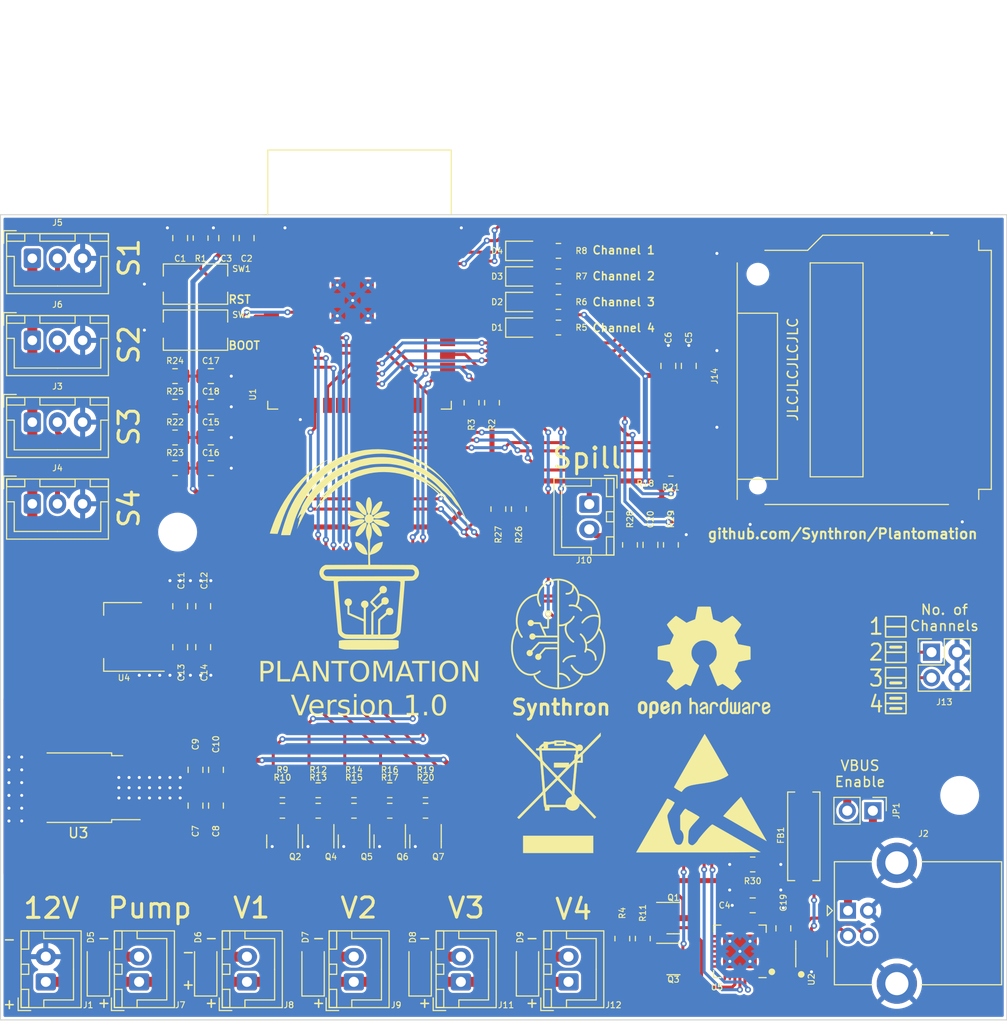
<source format=kicad_pcb>
(kicad_pcb (version 20221018) (generator pcbnew)
  (layers (0 "F.Cu" signal) (31 "B.Cu" signal) (34 "B.Paste" user) (35 "F.Paste" user) (36 "B.SilkS" user "B.Silkscreen") (37 "F.SilkS" user "F.Silkscreen") (38 "B.Mask" user) (39 "F.Mask" user) (44 "Edge.Cuts" user))
  (net 0 "")
  (net 1 "~{EN}")
  (net 2 "GND")
  (net 3 "+3V3")
  (net 4 "+5V")
  (net 5 "+12V")
  (net 6 "Spill")
  (net 7 "Net-(D1-A)")
  (net 8 "Ch4_Led")
  (net 9 "Net-(D2-A)")
  (net 10 "Ch3_Led")
  (net 11 "Net-(D3-A)")
  (net 12 "Ch2_Led")
  (net 13 "Net-(D4-A)")
  (net 14 "Net-(D5-A)")
  (net 15 "Net-(D6-A)")
  (net 16 "Net-(D7-A)")
  (net 17 "Net-(D8-A)")
  (net 18 "Net-(D9-A)")
  (net 19 "Net-(J3-Pin_2)")
  (net 20 "Net-(J4-Pin_2)")
  (net 21 "Net-(J5-Pin_2)")
  (net 22 "Net-(J6-Pin_2)")
  (net 23 "Net-(Q1-B)")
  (net 24 "Net-(Q1-E)")
  (net 25 "Net-(Q2-G)")
  (net 26 "Net-(Q3-B)")
  (net 27 "Net-(Q3-E)")
  (net 28 "GPIO0")
  (net 29 "Net-(Q4-G)")
  (net 30 "Net-(Q5-G)")
  (net 31 "Net-(Q6-G)")
  (net 32 "Net-(Q7-G)")
  (net 33 "Net-(SW2-A)")
  (net 34 "PeriPump")
  (net 35 "Valve 1")
  (net 36 "Valve 2")
  (net 37 "Valve 3")
  (net 38 "Valve 4")
  (net 39 "Ch1_Led")
  (net 41 "SD2")
  (net 42 "SD3")
  (net 43 "CMD")
  (net 44 "CLK")
  (net 45 "SD0")
  (net 46 "SD1")
  (net 50 "RxD")
  (net 51 "TxD")
  (net 52 "Net-(JP1-B)")
  (net 53 "Net-(J2-VBUS)")
  (net 54 "/Dm")
  (net 55 "/Dp")
  (net 56 "Net-(U1-IO32)")
  (net 57 "Net-(U1-IO33)")
  (net 58 "Net-(U1-IO34)")
  (net 59 "Net-(U1-IO35)")
  (net 60 "Net-(J2-D-)")
  (net 61 "Net-(J2-D+)")
  (net 64 "Net-(U5-~{RST})")
  (net 80 "Net-(U5-VDD)")
  (net 81 "Net-(J13-Pin_1)")
  (net 82 "Net-(J13-Pin_3)")
  (net 85 "Net-(J10-Pin_2)")
  (net 86 "~{Detect}")
  (net 87 "~{Protect}")
  (footprint "Resistor_SMD:R_0805_2012Metric" (layer "F.Cu") (at 142.24 107.188)
    (fp_text reference "R19")
    (fp_text value "1k")
  )
  (footprint "Package_TO_SOT_SMD:SOT-23" (layer "F.Cu") (at 142.24 112.268 -90)
    (fp_text reference "Q7")
    (fp_text value "BSS138")
  )
  (footprint "Capacitor_SMD:C_0805_2012Metric" (layer "F.Cu") (at 124.46 52.324 90)
    (fp_text reference "C2")
    (fp_text value "4µ7")
  )
  (footprint "Capacitor_SMD:C_0805_2012Metric" (layer "F.Cu") (at 117.856 92.964 -90)
    (fp_text reference "C13")
    (fp_text value "100n")
  )
  (footprint "Resistor_SMD:R_0805_2012Metric" (layer "F.Cu") (at 151.511 79.248 -90)
    (fp_text reference "R26")
    (fp_text value "1k")
  )
  (footprint "Capacitor_SMD:C_0805_2012Metric" (layer "F.Cu") (at 121.412 105.156 -90)
    (fp_text reference "C10")
    (fp_text value "4µ7")
  )
  (footprint "RF_Module:ESP32-WROOM-32" (layer "F.Cu") (at 135.68 59.435)
    (fp_text reference "U1")
    (fp_text value "ESP32-WROOM-32")
  )
  (footprint "Button_Switch_SMD:SW_Tactile_SPST_NO_Straight_CK_PTS636Sx25SMTRLFS" (layer "F.Cu") (at 119.38 56.896)
    (fp_text reference "SW1")
    (fp_text value "RST")
  )
  (footprint "Resistor_SMD:R_0805_2012Metric" (layer "F.Cu") (at 135.128 107.188)
    (fp_text reference "R14")
    (fp_text value "1k")
  )
  (footprint "Resistor_SMD:R_0805_2012Metric" (layer "F.Cu") (at 138.684 109.22 180)
    (fp_text reference "R17")
    (fp_text value "100k")
  )
  (footprint "Package_TO_SOT_SMD:SOT-23" (layer "F.Cu") (at 166.878 123.952)
    (fp_text reference "Q3")
    (fp_text value "BC846")
  )
  (footprint "LED_SMD:LED_0805_2012Metric" (layer "F.Cu") (at 151.892 53.594)
    (fp_text reference "D4")
    (fp_text value "LED")
  )
  (footprint "Package_TO_SOT_SMD:TO-252-2" (layer "F.Cu") (at 107.736 106.928 180)
    (fp_text reference "U3")
    (fp_text value "L7805")
  )
  (footprint "LED_SMD:LED_0805_2012Metric" (layer "F.Cu") (at 151.892 58.674)
    (fp_text reference "D2")
    (fp_text value "LED")
  )
  (footprint "Capacitor_SMD:C_0805_2012Metric" (layer "F.Cu") (at 168.402 65.024 90)
    (fp_text reference "C5")
    (fp_text value "1µ")
  )
  (footprint "Capacitor_SMD:C_0805_2012Metric" (layer "F.Cu") (at 119.38 105.156 -90)
    (fp_text reference "C9")
    (fp_text value "100n")
  )
  (footprint "eigene:logo" (layer "F.Cu") (at 155.448 91.694)
    (fp_text reference "G***" hide)
    (fp_text value "LOGO" hide)
  )
  (footprint "Package_TO_SOT_SMD:SOT-23" (layer "F.Cu") (at 138.684 112.268 -90)
    (fp_text reference "Q6")
    (fp_text value "BSS138")
  )
  (footprint "Diode_SMD:D_MiniMELF" (layer "F.Cu") (at 120.396 124.968 90)
    (fp_text reference "D6")
    (fp_text value "LL4148")
  )
  (footprint "Capacitor_SMD:C_0805_2012Metric" (layer "F.Cu") (at 166.37 65.024 90)
    (fp_text reference "C6")
    (fp_text value "100n")
  )
  (footprint "Capacitor_SMD:C_0805_2012Metric" (layer "F.Cu") (at 121.412 108.712 90)
    (fp_text reference "C8")
    (fp_text value "100n")
  )
  (footprint "Resistor_SMD:R_0805_2012Metric" (layer "F.Cu") (at 155.448 58.674 180)
    (fp_text reference "R6")
    (fp_text value "1k")
  )
  (footprint "Resistor_SMD:R_0805_2012Metric" (layer "F.Cu") (at 131.572 109.22 180)
    (fp_text reference "R13")
    (fp_text value "100k")
  )
  (footprint "Package_TO_SOT_SMD:SOT-23" (layer "F.Cu") (at 166.878 119.888)
    (fp_text reference "Q1")
    (fp_text value "BC846")
  )
  (footprint "Resistor_SMD:R_0805_2012Metric" (layer "F.Cu") (at 117.348 66.04 180)
    (fp_text reference "R24")
    (fp_text value "100")
  )
  (footprint "Connector_JST:JST_XH_B3B-XH-A_1x03_P2.50mm_Vertical" (layer "F.Cu") (at 103.164 62.484)
    (fp_text reference "J6")
    (fp_text value "ADC1_7")
  )
  (footprint "Connector_JST:JST_XH_B3B-XH-A_1x03_P2.50mm_Vertical" (layer "F.Cu") (at 103.164 54.339)
    (fp_text reference "J5")
    (fp_text value "ADC1_6")
  )
  (footprint "Capacitor_SMD:C_0805_2012Metric" (layer "F.Cu") (at 174.752 118.618 180)
    (fp_text reference "C4")
    (fp_text value "100n")
  )
  (footprint "Resistor_SMD:R_0805_2012Metric" (layer "F.Cu") (at 148.844 68.6835 90)
    (fp_text reference "R2")
    (fp_text value "4k7")
  )
  (footprint "Resistor_SMD:R_0805_2012Metric" (layer "F.Cu") (at 146.812 68.6835 -90)
    (fp_text reference "R3")
    (fp_text value "100")
  )
  (footprint "local:plantomation_logo" (layer "F.Cu") (at 136.652 83.312)
    (fp_text reference "G***" hide)
    (fp_text value "LOGO" hide)
  )
  (footprint "Capacitor_SMD:C_0805_2012Metric" (layer "F.Cu") (at 120.904 69.088)
    (fp_text reference "C18")
    (fp_text value "1n")
  )
  (footprint "Resistor_SMD:R_0805_2012Metric" (layer "F.Cu") (at 166.624 78.74)
    (fp_text reference "R21")
    (fp_text value "1k")
  )
  (footprint "Package_TO_SOT_SMD:SOT-223-3_TabPin2" (layer "F.Cu") (at 112.166 91.948 180)
    (fp_text reference "U4")
    (fp_text value "AMS1117-3.3")
  )
  (footprint "Resistor_SMD:R_0805_2012Metric" (layer "F.Cu") (at 166.624 82.804 90)
    (fp_text reference "R29")
    (fp_text value "10k")
  )
  (footprint "Resistor_SMD:R_0805_2012Metric" (layer "F.Cu") (at 117.348 69.088 180)
    (fp_text reference "R25")
    (fp_text value "100")
  )
  (footprint "Capacitor_SMD:C_0805_2012Metric" (layer "F.Cu") (at 164.592 82.804 90)
    (fp_text reference "C20")
    (fp_text value "1n")
  )
  (footprint "Heatsink:Heatsink_Fischer_FK24413DPAK_23x13mm" (layer "F.Cu") (at 107.442 106.934 90)
    (fp_text reference "HS1" hide)
    (fp_text value "D²PAK" hide)
  )
  (footprint "Diode_SMD:D_MiniMELF" (layer "F.Cu") (at 131.064 124.968 90)
    (fp_text reference "D7")
    (fp_text value "LL4148")
  )
  (footprint "Package_TO_SOT_SMD:SOT-23" (layer "F.Cu") (at 128.016 112.268 -90)
    (fp_text reference "Q2")
    (fp_text value "DMG1012UW7")
  )
  (footprint "Connector_JST:JST_XH_B3B-XH-A_1x03_P2.50mm_Vertical" (layer "F.Cu") (at 103.164 78.723)
    (fp_text reference "J4")
    (fp_text value "ADC1_5")
  )
  (footprint "Connector_USB:USB_B_Lumberg_2411_02_Horizontal" (layer "F.Cu") (at 184.2205 119.146)
    (fp_text reference "J2")
    (fp_text value "USB_B")
  )
  (footprint "Symbol:ESD-Logo_13.2x12mm_SilkScreen" (layer "F.Cu") (at 169.672 107.442)
    (fp_text reference "REF**" hide)
    (fp_text value "ESD-Logo_13.2x12mm_SilkScreen" hide)
  )
  (footprint "Connector_JST:JST_XH_B2B-XH-A_1x02_P2.50mm_Vertical" (layer "F.Cu") (at 135.111 126.218 90)
    (fp_text reference "J9")
    (fp_text value "Valve 2")
  )
  (footprint "Resistor_SMD:R_0805_2012Metric" (layer "F.Cu") (at 117.348 72.136 180)
    (fp_text reference "R22")
    (fp_text value "100")
  )
  (footprint "Symbol:OSHW-Logo2_14.6x12mm_SilkScreen" (layer "F.Cu") (at 169.926 94.488)
    (fp_text reference "REF**" hide)
    (fp_text value "OSHW-Logo2_14.6x12mm_SilkScreen" hide)
  )
  (footprint "eigene:GSD090012SEU" (layer "F.Cu") (at 172.466 66.04 90)
    (fp_text reference "J14")
    (fp_text value "GSD090012SEU ")
  )
  (footprint "Connector_JST:JST_XH_B3B-XH-A_1x03_P2.50mm_Vertical" (layer "F.Cu") (at 103.164 70.612)
    (fp_text reference "J3")
    (fp_text value "ADC1_4")
  )
  (footprint "Resistor_SMD:R_0805_2012Metric" (layer "F.Cu") (at 162.56 82.804 -90)
    (fp_text reference "R28")
    (fp_text value "100")
  )
  (footprint "Resistor_SMD:R_0805_2012Metric" (layer "F.Cu") (at 155.448 53.594 180)
    (fp_text reference "R8")
    (fp_text value "1k")
  )
  (footprint "Capacitor_SMD:C_0805_2012Metric" (layer "F.Cu") (at 120.142 88.9 90)
    (fp_text reference "C12")
    (fp_text value "100n")
  )
  (footprint "Resistor_SMD:R_0805_2012Metric" (layer "F.Cu") (at 155.448 61.214 180)
    (fp_text reference "R5")
    (fp_text value "1k")
  )
  (footprint "LED_SMD:LED_0805_2012Metric" (layer "F.Cu") (at 151.892 61.214)
    (fp_text reference "D1")
    (fp_text value "LED")
  )
  (footprint "Resistor_SMD:R_0805_2012Metric" (layer "F.Cu") (at 161.798 121.92 90)
    (fp_text reference "R4")
    (fp_text value "100")
  )
  (footprint "Resistor_SMD:R_0805_2012Metric" (layer "F.Cu") (at 119.888 52.324 -90)
    (fp_text reference "R1")
    (fp_text value "4k7")
  )
  (footprint "Package_DFN_QFN:QFN-28-1EP_5x5mm_P0.5mm_EP3.35x3.35mm" (layer "F.Cu") (at 173.482 123.19 180)
    (fp_text reference "U5")
    (fp_text value "CP2102N-Axx-xQFN28")
  )
  (footprint "Resistor_SMD:R_0805_2012Metric" (layer "F.Cu") (at 128.016 109.22 180)
    (fp_text reference "R10")
    (fp_text value "100k")
  )
  (footprint "Package_TO_SOT_SMD:SOT-23-6" (layer "F.Cu") (at 180.594 122.936 90)
    (fp_text reference "U2")
    (fp_text value "USBLC6-2SC6")
  )
  (footprint "Capacitor_SMD:C_0805_2012Metric" (layer "F.Cu") (at 117.856 52.324 90)
    (fp_text reference "C1")
    (fp_text value "100n")
  )
  (footprint "Resistor_SMD:R_0805_2012Metric" (layer "F.Cu") (at 131.572 107.188)
    (fp_text reference "R12")
    (fp_text value "1k")
  )
  (footprint "Package_TO_SOT_SMD:SOT-23" (layer "F.Cu") (at 135.128 112.268 -90)
    (fp_text reference "Q5")
    (fp_text value "BSS138")
  )
  (footprint "Symbol:WEEE-Logo_8.4x12mm_SilkScreen" (layer "F.Cu") (at 155.448 107.442)
    (fp_text reference "REF**" hide)
    (fp_text value "WEEE-Logo_8.4x12mm_SilkScreen" hide)
  )
  (footprint "LED_SMD:LED_0805_2012Metric" (layer "F.Cu") (at 151.892 56.134)
    (fp_text reference "D3")
    (fp_text value "LED")
  )
  (footprint "Resistor_SMD:R_0805_2012Metric" (layer "F.Cu") (at 135.128 109.22 180)
    (fp_text reference "R15")
    (fp_text value "100k")
  )
  (footprint "eigene:SMB-002" (layer "F.Cu") (at 179.832 111.76 90)
    (fp_text reference "FB1")
    (fp_text value "SMB-001")
  )
  (footprint "Diode_SMD:D_MiniMELF" (layer "F.Cu") (at 152.371 124.968 90)
    (fp_text reference "D9")
    (fp_text value "LL4148")
  )
  (footprint "Diode_SMD:D_MiniMELF" (layer "F.Cu") (at 109.728 124.968 90)
    (fp_text reference "D5")
    (fp_text value "LL4148")
  )
  (footprint "Package_TO_SOT_SMD:SOT-23" (layer "F.Cu") (at 131.572 112.268 -90)
    (fp_text reference "Q4")
    (fp_text value "BSS138")
  )
  (footprint "Capacitor_SMD:C_0805_2012Metric" (layer "F.Cu") (at 120.904 75.184)
    (fp_text reference "C16")
    (fp_text value "1n")
  )
  (footprint "Resistor_SMD:R_0805_2012Metric" (layer "F.Cu") (at 138.684 107.188)
    (fp_text reference "R16")
    (fp_text value "1k")
  )
  (footprint "Capacitor_SMD:C_0805_2012Metric" (layer "F.Cu") (at 120.904 72.136)
    (fp_text reference "C15")
    (fp_text value "1n")
  )
  (footprint "Capacitor_SMD:C_0805_2012Metric" (layer "F.Cu") (at 120.142 92.964 -90)
    (fp_text reference "C14")
    (fp_text value "4µ7")
  )
  (footprint "Capacitor_SMD:C_0805_2012Metric" (layer "F.Cu") (at 119.38 108.712 90)
    (fp_text reference "C7")
    (fp_text value "4µ7")
  )
  (footprint "Resistor_SMD:R_0805_2012Metric" (layer "F.Cu") (at 117.348 75.184 180)
    (fp_text reference "R23")
    (fp_text value "100")
  )
  (footprint "Capacitor_SMD:C_0805_2012Metric" (layer "F.Cu") (at 122.428 52.324 90)
    (fp_text reference "C3")
    (fp_text value "100n")
  )
  (footprint "Connector_PinHeader_2.54mm:PinHeader_2x02_P2.54mm_Vertical" (layer "F.Cu") (at 192.527 93.467)
    (fp_text reference "J13")
    (fp_text value "Ch_Sel")
  )
  (footprint "Connector_JST:JST_XH_B2B-XH-A_1x02_P2.50mm_Vertical" (layer "F.Cu") (at 113.775 126.218 90)
    (fp_text reference "J7")
    (fp_text value "PeriPump")
  )
  (footprint "Resistor_SMD:R_0805_2012Metric" (layer "F.Cu") (at 166.624 76.708)
    (fp_text reference "R18")
    (fp_text value "1k")
  )
  (footprint "Capacitor_SMD:C_0805_2012Metric" (layer "F.Cu") (at 120.904 66.04)
    (fp_text reference "C17")
    (fp_text value "1n")
  )
  (footprint "Resistor_SMD:R_0805_2012Metric" (layer "F.Cu") (at 142.24 109.22 180)
    (fp_text reference "R20")
    (fp_text value "100k")
  )
  (footprint "Connector_JST:JST_XH_B2B-XH-A_1x02_P2.50mm_Vertical" (layer "F.Cu") (at 145.75 126.218 90)
    (fp_text reference "J11")
    (fp_text value "Valve 3")
  )
  (footprint "Resistor_SMD:R_0805_2012Metric" (layer "F.Cu") (at 163.83 121.92 -90)
    (fp_text reference "R11")
    (fp_text value "100")
  )
  (footprint "Resistor_SMD:R_0805_2012Metric" (layer "F.Cu") (at 128.016 107.188)
    (fp_text reference "R9")
    (fp_text value "1k")
  )
  (footprint "Resistor_SMD:R_0805_2012Metric" (layer "F.Cu") (at 174.752 114.554 180)
    (fp_text reference "R30")
    (fp_text value "1k")
  )
  (footprint "Button_Switch_SMD:SW_Tactile_SPST_NO_Straight_CK_PTS636Sx25SMTRLFS" (layer "F.Cu") (at 119.38 61.468 180)
    (fp_text reference "SW2")
    (fp_text value "BOOT")
  )
  (footprint "Connector_PinHeader_2.54mm:PinHeader_1x02_P2.54mm_Vertical" (layer "F.Cu") (at 186.695 109.22 -90)
    (fp_text reference "JP1")
    (fp_text value "VBUS Jumper")
  )
  (footprint "Connector_JST:JST_XH_B2B-XH-A_1x02_P2.50mm_Vertical" (layer "F.Cu") (at 124.492 126.218 90)
    (fp_text reference "J8")
    (fp_text value "Valve 1")
  )
  (footprint "Connector_JST:JST_XH_B2B-XH-A_1x02_P2.50mm_Vertical" (layer "F.Cu") (at 158.513 78.76 -90)
    (fp_text reference "J10")
    (fp_text value "ADC1_0")
  )
  (footprint "MountingHole:MountingHole_3.2mm_M3" (layer "F.Cu") (at 117.602 81.534)
    (fp_text reference "H1" hide)
    (fp_text value "MountingHole" hide)
  )
  (footprint "MountingHole:MountingHole_3.2mm_M3" (layer "F.Cu") (at 195.326 107.696)
    (fp_text reference "H2" hide)
    (fp_text value "MountingHole" hide)
  )
  (footprint "Connector_JST:JST_XH_B2B-XH-A_1x02_P2.50mm_Vertical" (layer "F.Cu") (at 156.447 126.218 90)
    (fp_text reference "J12")
    (fp_text value "Valve 4")
  )
  (footprint "Capacitor_SMD:C_0805_2012Metric" (layer "F.Cu") (at 177.8 120.904 90)
    (fp_text reference "C19")
    (fp_text value "100n")
  )
  (footprint "Diode_SMD:D_MiniMELF" (layer "F.Cu") (at 141.703 124.968 90)
    (fp_text reference "D8")
    (fp_text value "LL4148")
  )
  (footprint "Connector_JST:JST_XH_B2B-XH-A_1x02_P2.50mm_Vertical" (layer "F.Cu") (at 104.504 126.218 90)
    (fp_text reference "J1")
    (fp_text value "12V")
  )
  (footprint "Resistor_SMD:R_0805_2012Metric" (layer "F.Cu") (at 149.479 79.248 -90)
    (fp_text reference "R27")
    (fp_text value "1k")
  )
  (footprint "Capacitor_SMD:C_0805_2012Metric" (layer "F.Cu") (at 117.856 88.9 90)
    (fp_text reference "C11")
    (fp_text value "4µ7")
  )
  (footprint "Resistor_SMD:R_0805_2012Metric" (layer "F.Cu") (at 155.448 56.134 180)
    (fp_text reference "R7")
    (fp_text value "1k")
  )
  (gr_rect (start 187.96 98.552) (end 189.992 99.568) (stroke (width 0.15)) (fill none) (layer "F.SilkS"))
  (gr_rect (start 187.96 97.536) (end 189.992 98.552) (stroke (width 0.15)) (fill none) (layer "F.SilkS"))
  (gr_rect (start 187.96 94.996) (end 189.992 96.012) (stroke (width 0.15)) (fill none) (layer "F.SilkS"))
  (gr_rect (start 187.96 90.932) (end 189.992 91.948) (stroke (width 0.15)) (fill none) (layer "F.SilkS"))
  (gr_rect (start 187.96 92.456) (end 189.992 93.472) (stroke (width 0.15)) (fill none) (layer "F.SilkS"))
  (gr_line (start 188.468 92.964) (end 189.484 92.964) (stroke (width 0.3)) (layer "F.SilkS"))
  (gr_circle (center 179.578 125.476) (end 179.832 125.476) (stroke (width 0.15)) (fill solid) (layer "F.SilkS"))
  (gr_rect (start 187.96 93.472) (end 189.992 94.488) (stroke (width 0.15)) (fill none) (layer "F.SilkS"))
  (gr_rect (start 187.96 89.916) (end 189.992 90.932) (stroke (width 0.15)) (fill none) (layer "F.SilkS"))
  (gr_circle (center 176.657 125.222) (end 176.911 125.222) (stroke (width 0.15)) (fill solid) (layer "F.SilkS"))
  (gr_line (start 188.468 98.044) (end 189.484 98.044) (stroke (width 0.3)) (layer "F.SilkS"))
  (gr_rect (start 187.96 96.012) (end 189.992 97.028) (stroke (width 0.15)) (fill none) (layer "F.SilkS"))
  (gr_line (start 188.468 99.06) (end 189.484 99.06) (stroke (width 0.3)) (layer "F.SilkS"))
  (gr_line (start 188.468 96.52) (end 189.484 96.52) (stroke (width 0.3)) (layer "F.SilkS"))
  (gr_line (start 200 50) (end 200 130) (stroke (width 0.1)) (layer "Edge.Cuts"))
  (gr_line (start 100 130) (end 100 50) (stroke (width 0.1)) (layer "Edge.Cuts"))
  (gr_line (start 200 130) (end 100 130) (stroke (width 0.1)) (layer "Edge.Cuts"))
  (gr_line (start 100 50) (end 200 50) (stroke (width 0.1)) (layer "Edge.Cuts"))
  (gr_text "Pump" (at 110.49 118.872) (layer "F.SilkS") (effects (font (size 2 2) (thickness 0.3)) (justify left)))
  (gr_text "V2" (at 133.604 118.872) (layer "F.SilkS") (effects (font (size 2 2) (thickness 0.3)) (justify left)))
  (gr_text "S1" (at 112.776 56.388 90) (layer "F.SilkS") (effects (font (size 2 2) (thickness 0.3)) (justify left)))
  (gr_text "1\n2\n3\n4" (at 186.182 99.568) (layer "F.SilkS") (effects (font (size 1.6 1.5) (thickness 0.2)) (justify left bottom)))
  (gr_text "+\n\n\n\n-" (at 132.334 121.412 180) (layer "F.SilkS") (effects (font (size 1 1)) (justify left bottom)))
  (gr_text "github.com/Synthron/Plantomation" (at 170.18 82.296) (layer "F.SilkS") (effects (font (size 1 1) (thickness 0.2) bold) (justify left bottom)))
  (gr_text "BOOT" (at 122.58 63.468) (layer "F.SilkS") (effects (font (size 0.8 0.8)) (justify left bottom)))
  (gr_text "V1" (at 122.936 118.872) (layer "F.SilkS") (effects (font (size 2 2) (thickness 0.3)) (justify left)))
  (gr_text "+\n\n\n\n-" (at 153.543 121.412 180) (layer "F.SilkS") (effects (font (size 1 1)) (justify left bottom)))
  (gr_text "PLANTOMATION\nVersion 1.0" (at 136.652 100.076) (layer "F.SilkS") (effects (font (size 2 2)) (justify bottom)))
  (gr_text "+\n\n\n\n-" (at 121.666 121.412 180) (layer "F.SilkS") (effects (font (size 1 1)) (justify left bottom)))
  (gr_text "RST" (at 122.58 58.896) (layer "F.SilkS") (effects (font (size 0.8 0.8)) (justify left bottom)))
  (gr_text "12V" (at 102.108 118.904) (layer "F.SilkS") (effects (font (size 2 2) (thickness 0.3)) (justify left)))
  (gr_text "+\n\n\n\n-" (at 101.6 121.539 180) (layer "F.SilkS") (effects (font (size 1 1)) (justify left bottom)))
  (gr_text "V3" (at 144.272 118.872) (layer "F.SilkS") (effects (font (size 2 2) (thickness 0.3)) (justify left)))
  (gr_text "S2" (at 112.776 65.024 90) (layer "F.SilkS") (effects (font (size 2 2) (thickness 0.3)) (justify left)))
  (gr_text "+\n\n\n\n-" (at 142.875 121.412 180) (layer "F.SilkS") (effects (font (size 1 1)) (justify left bottom)))
  (gr_text "Spill" (at 154.686 74.168) (layer "F.SilkS") (effects (font (size 2 2) (thickness 0.3)) (justify left)))
  (gr_text "+\n\n-" (at 119.38 122.809 180) (layer "F.SilkS") (effects (font (size 1 1)) (justify left bottom)))
  (gr_text "V4" (at 154.94 119) (layer "F.SilkS") (effects (font (size 2 2) (thickness 0.3)) (justify left)))
  (gr_text "S3" (at 112.776 73.152 90) (layer "F.SilkS") (effects (font (size 2 2) (thickness 0.3)) (justify left)))
  (gr_text "Channel 1\n\nChannel 2\n\nChannel 3\n\nChannel 4" (at 158.75 61.722) (layer "F.SilkS") (effects (font (size 0.8 0.8)) (justify left bottom)))
  (gr_text "JLCJLCJLCJLC" (at 179.324 70.612 90) (layer "F.SilkS") (effects (font (size 1 1)) (justify left bottom)))
  (gr_text "Synthron" (at 150.622 99.822) (layer "F.SilkS") (effects (font (size 1.5 1.5) (thickness 0.3) bold) (justify left bottom)))
  (gr_text "+\n\n\n\n-" (at 110.998 121.412 180) (layer "F.SilkS") (effects (font (size 1 1)) (justify left bottom)))
  (gr_text "VBUS\nEnable" (at 185.42 106.934) (layer "F.SilkS") (effects (font (size 1 1)) (justify bottom)))
  (gr_text "S4" (at 112.776 81.28 90) (layer "F.SilkS") (effects (font (size 2 2) (thickness 0.3)) (justify left)))
  (gr_text "No. of\nChannels" (at 193.802 91.44) (layer "F.SilkS") (effects (font (size 1 1)) (justify bottom)))
  (segment (start 117.856 53.274) (end 119.8505 53.274) (width 0.3) (layer "F.Cu") (net 1))
  (segment (start 134.366 95.758) (end 155.702 117.094) (width 0.3) (layer "F.Cu") (net 1))
  (segment (start 133.477 62.23) (end 130.556 59.309) (width 0.3) (layer "F.Cu") (net 1))
  (segment (start 130.556 59.309) (end 130.556 55.626) (width 0.3) (layer "F.Cu") (net 1))
  (segment (start 134.366 82.804) (end 134.366 95.758) (width 0.3) (layer "F.Cu") (net 1))
  (segment (start 119.888 55.372) (end 121.412 56.896) (width 0.3) (layer "F.Cu") (net 1))
  (segment (start 126.93 53.725) (end 125.853 53.725) (width 0.3) (layer "F.Cu") (net 1))
  (segment (start 121.412 56.896) (end 123.255 56.896) (width 0.3) (layer "F.Cu") (net 1))
  (segment (start 125.853 53.725) (end 124.968 54.61) (width 0.3) (layer "F.Cu") (net 1))
  (segment (start 124.968 54.61) (end 124.968 56.388) (width 0.3) (layer "F.Cu") (net 1))
  (segment (start 166.878 117.094) (end 167.8155 118.0315) (width 0.3) (layer "F.Cu") (net 1))
  (segment (start 167.8155 118.0315) (end 167.8155 119.888) (width 0.3) (layer "F.Cu") (net 1))
  (segment (start 124.46 56.896) (end 123.255 56.896) (width 0.3) (layer "F.Cu") (net 1))
  (segment (start 130.556 55.626) (end 128.655 53.725) (width 0.3) (layer "F.Cu") (net 1))
  (segment (start 128.655 53.725) (end 126.93 53.725) (width 0.3) (layer "F.Cu") (net 1))
  (segment (start 134.366 62.23) (end 133.477 62.23) (width 0.3) (layer "F.Cu") (net 1))
  (segment (start 119.8505 53.274) (end 119.888 53.2365) (width 0.3) (layer "F.Cu") (net 1))
  (segment (start 119.888 53.2365) (end 119.888 55.372) (width 0.3) (layer "F.Cu") (net 1))
  (segment (start 124.968 56.388) (end 124.46 56.896) (width 0.3) (layer "F.Cu") (net 1))
  (segment (start 155.702 117.094) (end 166.878 117.094) (width 0.3) (layer "F.Cu") (net 1))
  (via (at 134.366 82.804) (size 0.6) (drill 0.3) (layers "F.Cu" "B.Cu") (net 1))
  (via (at 134.366 62.23) (size 0.6) (drill 0.3) (layers "F.Cu" "B.Cu") (net 1))
  (segment (start 134.366 62.23) (end 134.366 82.804) (width 0.3) (layer "B.Cu") (net 1))
  (segment (start 171.313 53.965) (end 174.466 53.965) (width 0.3) (layer "F.Cu") (net 2))
  (segment (start 174.466 80.74) (end 174.466 79.065) (width 0.3) (layer "F.Cu") (net 2))
  (segment (start 168.082 81.854) (end 168.148 81.788) (width 0.3) (layer "F.Cu") (net 2))
  (segment (start 194.385 51.816) (end 194.436 51.765) (width 0.3) (layer "F.Cu") (net 2))
  (segment (start 130.6595 112.6725) (end 130.556 112.776) (width 0.3) (layer "F.Cu") (net 2))
  (segment (start 171.236 63.54) (end 172.466 63.54) (width 0.3) (layer "F.Cu") (net 2))
  (segment (start 115.505 61.468) (end 114.3 61.468) (width 0.3) (layer "F.Cu") (net 2))
  (segment (start 175.932 123.69) (end 173.982 123.69) (width 0.3) (layer "F.Cu") (net 2))
  (segment (start 144.43 51.185) (end 145.673 51.185) (width 0.3) (layer "F.Cu") (net 2))
  (segment (start 141.3275 109.22) (end 141.3275 112.6725) (width 0.3) (layer "F.Cu") (net 2))
  (segment (start 180.594 124.0735) (end 180.594 125.222) (width 0.3) (layer "F.Cu") (net 2))
  (segment (start 168.402 64.074) (end 168.402 62.992) (width 0.3) (layer "F.Cu") (net 2))
  (segment (start 129.97 70.182) (end 129.794 70.358) (width 0.3) (layer "F.Cu") (net 2))
  (segment (start 171.276 71.04) (end 172.466 71.04) (width 0.3) (layer "F.Cu") (net 2))
  (segment (start 137.7715 109.22) (end 137.7715 112.6725) (width 0.3) (layer "F.Cu") (net 2))
  (segment (start 173.982 123.69) (end 173.482 123.19) (width 0.3) (layer "F.Cu") (net 2))
  (segment (start 171.196 71.12) (end 171.276 71.04) (width 0.3) (layer "F.Cu") (net 2))
  (segment (start 122.428 51.374) (end 126.741 51.374) (width 0.3) (layer "F.Cu") (net 2))
  (segment (start 127.1035 112.6725) (end 127 112.776) (width 0.3) (layer "F.Cu") (net 2))
  (segment (start 127.1035 109.22) (end 127.1035 112.6725) (width 0.3) (layer "F.Cu") (net 2))
  (segment (start 141.3275 112.6725) (end 141.224 112.776) (width 0.3) (layer "F.Cu") (net 2))
  (segment (start 121.854 66.04) (end 122.936 66.04) (width 0.3) (layer "F.Cu") (net 2))
  (segment (start 134.2155 109.22) (end 134.2155 112.6725) (width 0.3) (layer "F.Cu") (net 2))
  (segment (start 134.2155 112.6725) (end 134.112 112.776) (width 0.3) (layer "F.Cu") (net 2))
  (segment (start 164.592 81.854) (end 168.082 81.854) (width 0.3) (layer "F.Cu") (net 2))
  (segment (start 128.147 51.185) (end 128.27 51.308) (width 0.3) (layer "F.Cu") (net 2))
  (segment (start 117.856 51.374) (end 116.652 51.374) (width 0.3) (layer "F.Cu") (net 2))
  (segment (start 126.93 51.185) (end 128.147 51.185) (width 0.3) (layer "F.Cu") (net 2))
  (segment (start 129.97 68.945) (end 129.97 70.182) (width 0.3) (layer "F.Cu") (net 2))
  (segment (start 174.498 80.772) (end 174.466 80.74) (width 0.3) (layer "F.Cu") (net 2))
  (segment (start 121.854 75.184) (end 122.936 75.184) (width 0.3) (layer "F.Cu") (net 2))
  (segment (start 121.224 51.374) (end 121.158 51.308) (width 0.3) (layer "F.Cu") (net 2))
  (segment (start 195.666 80.432) (end 195.58 80.518) (width 0.3) (layer "F.Cu") (net 2))
  (segment (start 126.741 51.374) (end 126.93 51.185) (width 0.3) (layer "F.Cu") (net 2))
  (segment (start 173.802 118.618) (end 172.72 118.618) (width 0.3) (layer "F.Cu") (net 2))
  (segment (start 137.7715 112.6725) (end 137.668 112.776) (width 0.3) (layer "F.Cu") (net 2))
  (segment (start 166.37 64.074) (end 166.37 62.992) (width 0.3) (layer "F.Cu") (net 2))
  (segment (start 122.428 51.374) (end 121.224 51.374) (width 0.3) (layer "F.Cu") (net 2))
  (segment (start 116.652 51.374) (end 116.586 51.308) (width 0.3) (layer "F.Cu") (net 2))
  (segment (start 145.673 51.185) (end 145.796 51.308) (width 0.3) (layer "F.Cu") (net 2))
  (segment (start 195.666 79.065) (end 195.666 80.432) (width 0.3) (layer "F.Cu") (net 2))
  (segment (start 121.854 69.088) (end 122.936 69.088) (width 0.3) (layer "F.Cu") (net 2))
  (segment (start 171.196 53.848) (end 171.313 53.965) (width 0.3) (layer "F.Cu") (net 2))
  (segment (start 192.532 51.816) (end 194.385 51.816) (width 0.3) (layer "F.Cu") (net 2))
  (segment (start 171.196 63.5) (end 171.236 63.54) (width 0.3) (layer "F.Cu") (net 2))
  (segment (start 115.505 56.896) (end 114.3 56.896) (width 0.3) (layer "F.Cu") (net 2))
  (segment (start 121.854 72.136) (end 122.936 72.136) (width 0.3) (layer "F.Cu") (net 2))
  (segment (start 177.8 119.954) (end 177.8 118.872) (width 0.3) (layer "F.Cu") (net 2))
  (segment (start 130.6595 109.22) (end 130.6595 112.6725) (width 0.3) (layer "F.Cu") (net 2))
  (via (at 121.158 51.308) (size 0.6) (drill 0.3) (layers "F.Cu" "B.Cu") (net 2))
  (via (at 117.856 86.36) (size 0.6) (drill 0.3) (layers "F.Cu" "B.Cu") (net 2))
  (via (at 122.936 72.136) (size 0.6) (drill 0.3) (layers "F.Cu" "B.Cu") (net 2))
  (via (at 122.936 66.04) (size 0.6) (drill 0.3) (layers "F.Cu" "B.Cu") (net 2))
  (via (at 100.838 106.426) (size 0.6) (drill 0.3) (layers "F.Cu" "B.Cu") (net 2))
  (via (at 122.936 69.088) (size 0.6) (drill 0.3) (layers "F.Cu" "B.Cu") (net 2))
  (via (at 112.776 107.95) (size 0.6) (drill 0.3) (layers "F.Cu" "B.Cu") (net 2))
  (via (at 118.872 86.36) (size 0.6) (drill 0.3) (layers "F.Cu" "B.Cu") (net 2))
  (via (at 100.838 110.236) (size 0.6) (drill 0.3) (layers "F.Cu" "B.Cu") (net 2))
  (via (at 137.668 112.776) (size 0.6) (drill 0.3) (layers "F.Cu" "B.Cu") (net 2))
  (via (at 114.808 106.934) (size 0.6) (drill 0.3) (layers "F.Cu" "B.Cu") (net 2))
  (via (at 111.76 105.918) (size 0.6) (drill 0.3) (layers "F.Cu" "B.Cu") (net 2))
  (via (at 111.76 106.934) (size 0.6) (drill 0.3) (layers "F.Cu" "B.Cu") (net 2))
  (via (at 100.838 105.156) (size 0.6) (drill 0.3) (layers "F.Cu" "B.Cu") (net 2))
  (via (at 100.838 103.886) (size 0.6) (drill 0.3) (layers "F.Cu" "B.Cu") (net 2))
  (via (at 102.108 106.426) (size 0.6) (drill 0.3) (layers "F.Cu" "B.Cu") (net 2))
  (via (at 116.84 95.758) (size 0.6) (drill 0.3) (layers "F.Cu" "B.Cu") (net 2))
  (via (at 168.148 81.788) (size 0.6) (drill 0.3) (layers "F.Cu" "B.Cu") (net 2))
  (via (at 114.808 105.918) (size 0.6) (drill 0.3) (layers "F.Cu" "B.Cu") (net 2))
  (via (at 113.792 95.758) (size 0.6) (drill 0.3) (layers "F.Cu" "B.Cu") (net 2))
  (via (at 115.824 106.934) (size 0.6) (drill 0.3) (layers "F.Cu" "B.Cu") (net 2))
  (via (at 195.58 80.518) (size 0.6) (drill 0.3) (layers "F.Cu" "B.Cu") (net 2))
  (via (at 102.108 108.966) (size 0.6) (drill 0.3) (layers "F.Cu" "B.Cu") (net 2))
  (via (at 141.224 112.776) (size 0.6) (drill 0.3) (layers "F.Cu" "B.Cu") (net 2))
  (via (at 113.792 106.934) (size 0.6) (drill 0.3) (layers "F.Cu" "B.Cu") (net 2))
  (via (at 180.594 125.222) (size 0.6) (drill 0.3) (layers "F.Cu" "B.Cu") (net 2))
  (via (at 114.3 61.468) (size 0.6) (drill 0.3) (layers "F.Cu" "B.Cu") (net 2))
  (via (at 100.838 108.966) (size 0.6) (drill 0.3) (layers "F.Cu" "B.Cu") (net 2))
  (via (at 120.904 95.758) (size 0.6) (drill 0.3) (layers "F.Cu" "B.Cu") (net 2))
  (via (at 102.108 103.886) (size 0.6) (drill 0.3) (layers "F.Cu" "B.Cu") (net 2))
  (via (at 115.824 95.758) (size 0.6) (drill 0.3) (layers "F.Cu" "B.Cu") (net 2))
  (via (at 172.72 118.618) (size 0.6) (drill 0.3) (layers "F.Cu" "B.Cu") (net 2))
  (via (at 145.796 51.308) (size 0.6) (drill 0.3) (layers "F.Cu" "B.Cu") (net 2))
  (via (at 171.196 63.5) (size 0.6) (drill 0.3) (layers "F.Cu" "B.Cu") (net 2))
  (via (at 171.196 71.12) (size 0.6) (drill 0.3) (layers "F.Cu" "B.Cu") (net 2))
  (via (at 102.108 107.696) (size 0.6) (drill 0.3) (layers "F.Cu" "B.Cu") (net 2))
  (via (at 128.27 51.308) (size 0.6) (drill 0.3) (layers "F.Cu" "B.Cu") (net 2))
  (via (at 192.532 51.816) (size 0.6) (drill 0.3) (layers "F.Cu" "B.Cu") (net 2))
  (via (at 117.856 107.95) (size 0.6) (drill 0.3) (layers "F.Cu" "B.Cu") (net 2))
  (via (at 113.792 105.918) (size 0.6) (drill 0.3) (layers "F.Cu" "B.Cu") (net 2))
  (via (at 130.556 112.776) (size 0.6) (drill 0.3) (layers "F.Cu" "B.Cu") (net 2))
  (via (at 119.888 95.758) (size 0.6) (drill 0.3) (layers "F.Cu" "B.Cu") (net 2))
  (via (at 115.824 107.95) (size 0.6) (drill 0.3) (layers "F.Cu" "B.Cu") (net 2))
  (via (at 117.856 95.758) (size 0.6) (drill 0.3) (layers "F.Cu" "B.Cu") (net 2))
  (via (at 115.824 105.918) (size 0.6) (drill 0.3) (layers "F.Cu" "B.Cu") (net 2))
  (via (at 116.586 51.308) (size 0.6) (drill 0.3) (layers "F.Cu" "B.Cu") (net 2))
  (via (at 100.838 107.696) (size 0.6) (drill 0.3) (layers "F.Cu" "B.Cu") (net 2))
  (via (at 168.402 62.992) (size 0.6) (drill 0.3) (layers "F.Cu" "B.Cu") (net 2))
  (via (at 102.108 105.156) (size 0.6) (drill 0.3) (layers "F.Cu" "B.Cu") (net 2))
  (via (at 117.856 105.918) (size 0.6) (drill 0.3) (layers "F.Cu" "B.Cu") (net 2))
  (via (at 134.112 112.776) (size 0.6) (drill 0.3) (layers "F.Cu" "B.Cu") (net 2))
  (via (at 118.872 95.758) (size 0.6) (drill 0.3) (layers "F.Cu" "B.Cu") (net 2))
  (via (at 116.84 107.95) (size 0.6) (drill 0.3) (layers "F.Cu" "B.Cu") (net 2))
  (via (at 114.3 56.896) (size 0.6) (drill 0.3) (layers "F.Cu" "B.Cu") (net 2))
  (via (at 116.84 86.36) (size 0.6) (drill 0.3) (layers "F.Cu" "B.Cu") (net 2))
  (via (at 113.792 107.95) (size 0.6) (drill 0.3) (layers "F.Cu" "B.Cu") (net 2))
  (via (at 116.84 105.918) (size 0.6) (drill 0.3) (layers "F.Cu" "B.Cu") (net 2))
  (via (at 174.498 80.772) (size 0.6) (drill 0.3) (layers "F.Cu" "B.Cu") (net 2))
  (via (at 102.108 110.236) (size 0.6) (drill 0.3) (layers "F.Cu" "B.Cu") (net 2))
  (via (at 117.856 106.934) (size 0.6) (drill 0.3) (layers "F.Cu" "B.Cu") (net 2))
  (via (at 122.936 75.184) (size 0.6) (drill 0.3) (layers "F.Cu" "B.Cu") (net 2))
  (via (at 114.808 107.95) (size 0.6) (drill 0.3) (layers "F.Cu" "B.Cu") (net 2))
  (via (at 112.776 105.918) (size 0.6) (drill 0.3) (layers "F.Cu" "B.Cu") (net 2))
  (via (at 127 112.776) (size 0.6) (drill 0.3) (layers "F.Cu" "B.Cu") (net 2))
  (via (at 114.808 95.758) (size 0.6) (drill 0.3) (layers "F.Cu" "B.Cu") (net 2))
  (via (at 129.794 70.358) (size 0.6) (drill 0.3) (layers "F.Cu" "B.Cu") (net 2))
  (via (at 177.8 118.872) (size 0.6) (drill 0.3) (layers "F.Cu" "B.Cu") (net 2))
  (via (at 112.776 106.934) (size 0.6) (drill 0.3) (layers "F.Cu" "B.Cu") (net 2))
  (via (at 166.37 62.992) (size 0.6) (drill 0.3) (layers "F.Cu" "B.Cu") (net 2))
  (via (at 116.84 106.934) (size 0.6) (drill 0.3) (layers "F.Cu" "B.Cu") (net 2))
  (via (at 111.76 107.95) (size 0.6) (drill 0.3) (layers "F.Cu" "B.Cu") (net 2))
  (via (at 120.904 86.36) (size 0.6) (drill 0.3) (layers "F.Cu" "B.Cu") (net 2))
  (via (at 171.196 53.848) (size 0.6) (drill 0.3) (layers "F.Cu" "B.Cu") (net 2))
  (via (at 119.888 86.36) (size 0.6) (drill 0.3) (layers "F.Cu" "B.Cu") (net 2))
  (segment (start 125.599 52.455) (end 126.93 52.455) (width 0.4) (layer "F.Cu") (net 3))
  (segment (start 151.638 76.454) (end 158.496 76.454) (width 0.5) (layer "F.Cu") (net 3))
  (segment (start 120.19375 51.4115) (end 122.05625 53.274) (width 0.4) (layer "F.Cu") (net 3))
  (segment (start 119.786 92.014) (end 109.082 92.014) (width 1) (layer "F.Cu") (net 3))
  (segment (start 122.05625 53.274) (end 122.428 53.274) (width 0.4) (layer "F.Cu") (net 3))
  (segment (start 165.7115 76.708) (end 165.7115 78.74) (width 0.5) (layer "F.Cu") (net 3))
  (segment (start 109.082 92.014) (end 109.016 91.948) (width 1) (layer "F.Cu") (net 3))
  (segment (start 172.4 65.974) (end 172.466 66.04) (width 0.5) (layer "F.Cu") (net 3))
  (segment (start 122.936 81.026) (end 144.272 81.026) (width 0.5) (layer "F.Cu") (net 3))
  (segment (start 165.4575 76.454) (end 165.7115 76.708) (width 0.5) (layer "F.Cu") (net 3))
  (segment (start 158.513 78.76) (end 158.513 76.471) (width 0.5) (layer "F.Cu") (net 3))
  (segment (start 148.844 76.454) (end 149.352 76.454) (width 0.5) (layer "F.Cu") (net 3))
  (segment (start 158.513 76.471) (end 158.496 76.454) (width 0.5) (layer "F.Cu") (net 3))
  (segment (start 164.084 76.454) (end 165.4575 76.454) (width 0.5) (layer "F.Cu") (net 3))
  (segment (start 124.46 53.274) (end 124.78 53.274) (width 0.4) (layer "F.Cu") (net 3))
  (segment (start 164.15 65.974) (end 172.4 65.974) (width 0.5) (layer "F.Cu") (net 3))
  (segment (start 149.479 78.3355) (end 149.479 76.581) (width 0.3) (layer "F.Cu") (net 3))
  (segment (start 157.988 59.944) (end 156.3605 59.944) (width 0.3) (layer "F.Cu") (net 3))
  (segment (start 119.888 51.4115) (end 120.19375 51.4115) (width 0.4) (layer "F.Cu") (net 3))
  (segment (start 156.3605 59.944) (end 156.3605 61.214) (width 0.3) (layer "F.Cu") (net 3))
  (segment (start 156.3605 53.594) (end 156.3605 59.944) (width 0.3) (layer "F.Cu") (net 3))
  (segment (start 151.511 78.3355) (end 151.511 76.581) (width 0.3) (layer "F.Cu") (net 3))
  (segment (start 148.844 76.454) (end 148.844 69.596) (width 0.5) (layer "F.Cu") (net 3))
  (segment (start 121.412 54.356) (end 121.412 54.29) (width 0.5) (layer "F.Cu") (net 3))
  (segment (start 151.511 76.581) (end 151.638 76.454) (width 0.3) (layer "F.Cu") (net 3))
  (segment (start 122.108 92.014) (end 122.936 91.186) (width 0.5) (layer "F.Cu") (net 3))
  (segment (start 122.936 91.186) (end 122.936 81.026) (width 0.5) (layer "F.Cu") (net 3))
  (segment (start 124.78 53.274) (end 125.599 52.455) (width 0.4) (layer "F.Cu") (net 3))
  (segment (start 149.352 76.454) (end 151.638 76.454) (width 0.5) (layer "F.Cu") (net 3))
  (segment (start 122.428 53.274) (end 124.46 53.274) (width 0.4) (layer "F.Cu") (net 3))
  (segment (start 149.479 76.581) (end 149.352 76.454) (width 0.3) (layer "F.Cu") (net 3))
  (segment (start 122.936 81.026) (end 119.126 77.216) (width 0.5) (layer "F.Cu") (net 3))
  (segment (start 121.412 54.29) (end 122.428 53.274) (width 0.5) (layer "F.Cu") (net 3))
  (segment (start 119.786 92.014) (end 122.108 92.014) (width 0.5) (layer "F.Cu") (net 3))
  (segment (start 164.084 66.04) (end 164.15 65.974) (width 0.5) (layer "F.Cu") (net 3))
  (segment (start 144.272 81.026) (end 148.844 76.454) (width 0.5) (layer "F.Cu") (net 3))
  (segment (start 158.496 76.454) (end 164.084 76.454) (width 0.5) (layer "F.Cu") (net 3))
  (via (at 157.988 59.944) (size 0.6) (drill 0.3) (layers "F.Cu" "B.Cu") (net 3))
  (via (at 164.084 76.454) (size 0.6) (drill 0.3) (layers "F.Cu" "B.Cu") (net 3))
  (via (at 164.084 66.04) (size 0.6) (drill 0.3) (layers "F.Cu" "B.Cu") (net 3))
  (via (at 119.126 77.216) (size 0.6) (drill 0.3) (layers "F.Cu" "B.Cu") (net 3))
  (via (at 121.412 54.356) (size 0.6) (drill 0.3) (layers "F.Cu" "B.Cu") (net 3))
  (segment (start 119.126 77.216) (end 119.126 56.642) (width 0.5) (layer "B.Cu") (net 3))
  (segment (start 164.084 66.04) (end 164.084 76.454) (width 0.5) (layer "B.Cu") (net 3))
  (segment (start 119.126 56.642) (end 121.412 54.356) (width 0.5) (layer "B.Cu") (net 3))
  (segment (start 164.084 66.04) (end 157.988 59.944) (width 0.5) (layer "B.Cu") (net 3))
  (segment (start 103.164 87.63) (end 103.164 95.798) (width 1) (layer "F.Cu") (net 4))
  (segment (start 119.198 104.388) (end 119.38 104.206) (width 1) (layer "F.Cu") (net 4))
  (segment (start 121.412 104.206) (end 119.38 104.206) (width 1) (layer "F.Cu") (net 4))
  (segment (start 103.164 78.723) (end 103.164 87.63) (width 1) (layer "F.Cu") (net 4))
  (segment (start 111.252 83.82) (end 103.164 83.82) (width 1) (layer "F.Cu") (net 4))
  (segment (start 115.518 89.85) (end 115.316 89.648) (width 1) (layer "F.Cu") (net 4))
  (segment (start 103.164 54.339) (end 103.164 78.723) (width 1) (layer "F.Cu") (net 4))
  (segment (start 175.702 118.712) (end 175.702 118.618) (width 0.3) (layer "F.Cu") (net 4))
  (segment (start 175.702 118.938) (end 174.982 119.658) (width 0.3) (layer "F.Cu") (net 4))
  (segment (start 175.702 118.618) (end 175.702 116.226) (width 0.5) (layer "F.Cu") (net 4))
  (segment (start 119.786 89.85) (end 115.518 89.85) (width 1) (layer "F.Cu") (net 4))
  (segment (start 125.984 104.206) (end 121.412 104.206) (width 0.5) (layer "F.Cu") (net 4))
  (segment (start 116.078 97.028) (end 119.38 100.33) (width 1) (layer "F.Cu") (net 4))
  (segment (start 175.932 121.69) (end 176.506 121.69) (width 0.3) (layer "F.Cu") (net 4))
  (segment (start 119.38 100.33) (end 119.38 104.206) (width 1) (layer "F.Cu") (net 4))
  (segment (start 175.768 116.16) (end 179.832 116.16) (width 0.5) (layer "F.Cu") (net 4))
  (segment (start 180.594 121.7985) (end 180.594 120.904) (width 0.3) (layer "F.Cu") (net 4))
  (segment (start 103.164 83.82) (end 103.164 87.63) (width 1) (layer "F.Cu") (net 4))
  (segment (start 174.982 119.658) (end 174.982 120.74) (width 0.3) (layer "F.Cu") (net 4))
  (segment (start 176.53 121.666) (end 176.53 119.54) (width 0.3) (layer "F.Cu") (net 4))
  (segment (start 156.038 116.16) (end 175.768 116.16) (width 0.5) (layer "F.Cu") (net 4))
  (segment (start 176.53 119.54) (end 175.702 118.712) (width 0.3) (layer "F.Cu") (net 4))
  (segment (start 180.848 117.176) (end 179.832 116.16) (width 0.3) (layer "F.Cu") (net 4))
  (segment (start 104.394 97.028) (end 116.078 97.028) (width 1) (layer "F.Cu") (net 4))
  (segment (start 115.386 104.388) (end 119.198 104.388) (width 1) (layer "F.Cu") (net 4))
  (segment (start 180.848 118.11) (end 180.848 117.176) (width 0.3) (layer "F.Cu") (net 4))
  (segment (start 115.316 89.648) (end 115.316 87.884) (width 1) (layer "F.Cu") (net 4))
  (segment (start 175.702 118.618) (end 175.702 118.938) (width 0.3) (layer "F.Cu") (net 4))
  (segment (start 103.164 95.798) (end 104.394 97.028) (width 1) (layer "F.Cu") (net 4))
  (segment (start 115.386 104.388) (end 115.126 104.648) (width 1) (layer "F.Cu") (net 4))
  (segment (start 115.126 104.648) (end 112.776 104.648) (width 1) (layer "F.Cu") (net 4))
  (segment (start 176.506 121.69) (end 176.53 121.666) (width 0.3) (layer "F.Cu") (net 4))
  (segment (start 115.316 87.884) (end 111.252 83.82) (width 1) (layer "F.Cu") (net 4))
  (segment (start 180.594 120.904) (end 180.848 120.65) (width 0.3) (layer "F.Cu") (net 4))
  (segment (start 175.702 116.226) (end 175.768 116.16) (width 0.5) (layer "F.Cu") (net 4))
  (segment (start 144.018 104.14) (end 156.038 116.16) (width 0.5) (layer "F.Cu") (net 4))
  (via (at 125.984 104.206) (size 0.6) (drill 0.3) (layers "F.Cu" "B.Cu") (net 4))
  (via (at 180.848 120.65) (size 0.6) (drill 0.3) (layers "F.Cu" "B.Cu") (net 4))
  (via (at 144.018 104.14) (size 0.6) (drill 0.3) (layers "F.Cu" "B.Cu") (net 4))
  (via (at 180.848 118.11) (size 0.6) (drill 0.3) (layers "F.Cu" "B.Cu") (net 4))
  (segment (start 125.984 104.206) (end 126.05 104.14) (width 0.5) (layer "B.Cu") (net 4))
  (segment (start 180.848 120.65) (end 180.848 118.11) (width 0.3) (layer "B.Cu") (net 4))
  (segment (start 126.05 104.14) (end 144.018 104.14) (width 0.5) (layer "B.Cu") (net 4))
  (segment (start 107.295 126.218) (end 106.934 125.857) (width 1) (layer "F.Cu") (net 5))
  (segment (start 141.703 126.718) (end 143.03 126.718) (width 1) (layer "F.Cu") (net 5))
  (segment (start 128.75 126.718) (end 128.25 126.218) (width 1) (layer "F.Cu") (net 5))
  (segment (start 115.386 109.468) (end 115.126 109.208) (width 1) (layer "F.Cu") (net 5))
  (segment (start 141.703 126.718) (end 139.164 126.718) (width 1) (layer "F.Cu") (net 5))
  (segment (start 131.064 126.718) (end 132.362 126.718) (width 1) (layer "F.Cu") (net 5))
  (segment (start 109.728 126.718) (end 107.795 126.718) (width 1) (layer "F.Cu") (net 5))
  (segment (start 132.362 126.718) (end 132.862 126.218) (width 1) (layer "F.Cu") (net 5))
  (segment (start 120.396 126.718) (end 121.694 126.718) (width 1) (layer "F.Cu") (net 5))
  (segment (start 122.194 126.218) (end 124.492 126.218) (width 1) (layer "F.Cu") (net 5))
  (segment (start 118.336 126.718) (end 117.836 126.218) (width 1) (layer "F.Cu") (net 5))
  (segment (start 111.78 126.218) (end 113.775 126.218) (width 1) (layer "F.Cu") (net 5))
  (segment (start 143.03 126.718) (end 143.53 126.218) (width 1) (layer "F.Cu") (net 5))
  (segment (start 132.862 126.218) (end 135.111 126.218) (width 1) (layer "F.Cu") (net 5))
  (segment (start 120.396 126.718) (end 118.336 126.718) (width 1) (layer "F.Cu") (net 5))
  (segment (start 107.295 126.218) (end 104.504 126.218) (width 1) (layer "F.Cu") (net 5))
  (segment (start 115.126 109.208) (end 112.776 109.208) (width 1) (layer "F.Cu") (net 5))
  (segment (start 152.371 126.718) (end 153.952 126.718) (width 1) (layer "F.Cu") (net 5))
  (segment (start 153.952 126.718) (end 154.452 126.218) (width 1) (layer "F.Cu") (net 5))
  (segment (start 154.452 126.218) (end 156.447 126.218) (width 1) (layer "F.Cu") (net 5))
  (segment (start 119.38 109.662) (end 121.412 109.662) (width 1) (layer "F.Cu") (net 5))
  (segment (start 138.664 126.218) (end 135.111 126.218) (width 1) (layer "F.Cu") (net 5))
  (segment (start 131.064 126.718) (end 128.75 126.718) (width 1) (layer "F.Cu") (net 5))
  (segment (start 108.839 118.872) (end 113.792 118.872) (width 1) (layer "F.Cu") (net 5))
  (segment (start 111.28 126.718) (end 111.78 126.218) (width 1) (layer "F.Cu") (net 5))
  (segment (start 119.186 109.468) (end 119.38 109.662) (width 1) (layer "F.Cu") (net 5))
  (segment (start 121.694 126.718) (end 122.194 126.218) (width 1) (layer "F.Cu") (net 5))
  (segment (start 149.832 126.718) (end 149.332 126.218) (width 1) (layer "F.Cu") (net 5))
  (segment (start 119.38 113.284) (end 119.38 109.662) (width 1) (layer "F.Cu") (net 5))
  (segment (start 109.728 126.718) (end 111.28 126.718) (width 1) (layer "F.Cu") (net 5))
  (segment (start 115.386 109.468) (end 119.186 109.468) (width 1) (layer "F.Cu") (net 5))
  (segment (start 152.371 126.718) (end 149.832 126.718) (width 1) (layer "F.Cu") (net 5))
  (segment (start 149.332 126.218) (end 145.75 126.218) (width 1) (layer "F.Cu") (net 5))
  (segment (start 143.53 126.218) (end 145.75 126.218) (width 1) (layer "F.Cu") (net 5))
  (segment (start 107.795 126.718) (end 107.295 126.218) (width 1) (layer "F.Cu") (net 5))
  (segment (start 117.836 126.218) (end 113.775 126.218) (width 1) (layer "F.Cu") (net 5))
  (segment (start 106.934 125.857) (end 106.934 120.777) (width 1) (layer "F.Cu") (net 5))
  (segment (start 139.164 126.718) (end 138.664 126.218) (width 1) (layer "F.Cu") (net 5))
  (segment (start 113.792 118.872) (end 119.38 113.284) (width 1) (layer "F.Cu") (net 5))
  (segment (start 106.934 120.777) (end 108.839 118.872) (width 1) (layer "F.Cu") (net 5))
  (segment (start 128.25 126.218) (end 124.492 126.218) (width 1) (layer "F.Cu") (net 5))
  (segment (start 155.702 82.55) (end 155.702 77.216) (width 0.3) (layer "F.Cu") (net 6))
  (segment (start 166.624 83.7165) (end 162.56 83.7165) (width 0.5) (layer "F.Cu") (net 6))
  (segment (start 128.401 54.995) (end 126.93 54.995) (width 0.3) (layer "F.Cu") (net 6))
  (segment (start 129.794 59.436) (end 129.794 56.388) (width 0.3) (layer "F.Cu") (net 6))
  (segment (start 138.938 62.992) (end 133.35 62.992) (width 0.3) (layer "F.Cu") (net 6))
  (segment (start 141.224 65.278) (end 138.938 62.992) (width 0.3) (layer "F.Cu") (net 6))
  (segment (start 150.114 66.548) (end 147.066 66.548) (width 0.3) (layer "F.Cu") (net 6))
  (segment (start 152.908 67.564) (end 151.892 66.548) (width 0.3) (layer "F.Cu") (net 6))
  (segment (start 133.35 62.992) (end 129.794 59.436) (width 0.3) (layer "F.Cu") (net 6))
  (segment (start 155.702 70.358) (end 152.908 67.564) (width 0.3) (layer "F.Cu") (net 6))
  (segment (start 155.702 71.628) (end 155.702 70.358) (width 0.3) (layer "F.Cu") (net 6))
  (segment (start 147.066 66.548) (end 146.558 66.04) (width 0.3) (layer "F.Cu") (net 6))
  (segment (start 129.794 56.388) (end 128.401 54.995) (width 0.3) (layer "F.Cu") (net 6))
  (segment (start 156.8685 83.7165) (end 155.702 82.55) (width 0.3) (layer "F.Cu") (net 6))
  (segment (start 162.56 83.7165) (end 156.8685 83.7165) (width 0.3) (layer "F.Cu") (net 6))
  (segment (start 151.892 66.548) (end 150.114 66.548) (width 0.3) (layer "F.Cu") (net 6))
  (via (at 155.702 71.628) (size 0.6) (drill 0.3) (layers "F.Cu" "B.Cu") (net 6))
  (via (at 141.224 65.278) (size 0.6) (drill 0.3) (layers "F.Cu" "B.Cu") (net 6))
  (via (at 146.558 66.04) (size 0.6) (drill 0.3) (layers "F.Cu" "B.Cu") (net 6))
  (via (at 155.702 77.216) (size 0.6) (drill 0.3) (layers "F.Cu" "B.Cu") (net 6))
  (segment (start 145.654 65.136) (end 141.366 65.136) (width 0.3) (layer "B.Cu") (net 6))
  (segment (start 155.702 77.216) (end 155.702 71.628) (width 0.3) (layer "B.Cu") (net 6))
  (segment (start 146.558 66.04) (end 145.654 65.136) (width 0.3) (layer "B.Cu") (net 6))
  (segment (start 141.366 65.136) (end 141.224 65.278) (width 0.3) (layer "B.Cu") (net 6))
  (segment (start 152.8295 61.214) (end 154.5355 61.214) (width 0.3) (layer "F.Cu") (net 7))
  (segment (start 144.43 61.345) (end 150.8235 61.345) (width 0.3) (layer "F.Cu") (net 8))
  (segment (start 150.8235 61.345) (end 150.9545 61.214) (width 0.3) (layer "F.Cu") (net 8))
  (segment (start 152.8295 58.674) (end 154.5355 58.674) (width 0.3) (layer "F.Cu") (net 9))
  (segment (start 146.427 60.075) (end 147.828 58.674) (width 0.3) (layer "F.Cu") (net 10))
  (segment (start 147.828 58.674) (end 150.9545 58.674) (width 0.3) (layer "F.Cu") (net 10))
  (segment (start 144.43 60.075) (end 146.427 60.075) (width 0.3) (layer "F.Cu") (net 10))
  (segment (start 152.8295 56.134) (end 154.5355 56.134) (width 0.3) (layer "F.Cu") (net 11))
  (segment (start 144.43 57.535) (end 146.427 57.535) (width 0.3) (layer "F.Cu") (net 12))
  (segment (start 147.828 56.134) (end 150.9545 56.134) (width 0.3) (layer "F.Cu") (net 12))
  (segment (start 146.427 57.535) (end 147.828 56.134) (width 0.3) (layer "F.Cu") (net 12))
  (segment (start 152.8295 53.594) (end 154.5355 53.594) (width 0.3) (layer "F.Cu") (net 13))
  (segment (start 109.728 123.218) (end 109.728 121.666) (width 1) (layer "F.Cu") (net 14))
  (segment (start 111.28 123.218) (end 111.78 123.718) (width 1) (layer "F.Cu") (net 14))
  (segment (start 109.728 123.218) (end 111.28 123.218) (width 1) (layer "F.Cu") (net 14))
  (segment (start 121.158 115.57) (end 127.254 115.57) (width 1) (layer "F.Cu") (net 14))
  (segment (start 110.49 120.904) (end 115.824 120.904) (width 1) (layer "F.Cu") (net 14))
  (segment (start 111.78 123.718) (end 113.775 123.718) (width 1) (layer "F.Cu") (net 14))
  (segment (start 127.254 115.57) (end 128.016 114.808) (width 1) (layer "F.Cu") (net 14))
  (segment (start 115.824 120.904) (end 121.158 115.57) (width 1) (layer "F.Cu") (net 14))
  (segment (start 109.728 121.666) (end 110.49 120.904) (width 1) (layer "F.Cu") (net 14))
  (segment (start 128.016 114.808) (end 128.016 113.2055) (width 1) (layer "F.Cu") (net 14))
  (segment (start 128.778 117.856) (end 131.572 115.062) (width 0.5) (layer "F.Cu") (net 15))
  (segment (start 120.396 123.218) (end 121.948 123.218) (width 1) (layer "F.Cu") (net 15))
  (segment (start 120.396 119.38) (end 121.92 117.856) (width 0.5) (layer "F.Cu") (net 15))
  (segment (start 121.92 117.856) (end 128.778 117.856) (width 0.5) (layer "F.Cu") (net 15))
  (segment (start 122.448 123.718) (end 124.492 123.718) (width 1) (layer "F.Cu") (net 15))
  (segment (start 121.948 123.218) (end 122.448 123.718) (width 1) (layer "F.Cu") (net 15))
  (segment (start 120.396 123.218) (end 120.396 119.38) (width 0.5) (layer "F.Cu") (net 15))
  (segment (start 131.572 115.062) (end 131.572 113.2055) (width 0.5) (layer "F.Cu") (net 15))
  (segment (start 131.064 119.126) (end 135.128 115.062) (width 0.5) (layer "F.Cu") (net 16))
  (segment (start 133.37 123.718) (end 135.111 123.718) (width 1) (layer "F.Cu") (net 16))
  (segment (start 131.064 123.218) (end 132.87 123.218) (width 1) (layer "F.Cu") (net 16))
  (segment (start 132.87 123.218) (end 133.37 123.718) (width 1) (layer "F.Cu") (net 16))
  (segment (start 131.064 123.218) (end 131.064 119.126) (width 0.5) (layer "F.Cu") (net 16))
  (segment (start 135.128 115.062) (end 135.128 113.2055) (width 0.5) (layer "F.Cu") (net 16))
  (segment (start 143.53 123.718) (end 145.75 123.718) (width 1) (layer "F.Cu") (net 17))
  (segment (start 141.703 123.218) (end 141.703 118.081) (width 0.5) (layer "F.Cu") (net 17))
  (segment (start 141.703 118.081) (end 138.684 115.062) (width 0.5) (layer "F.Cu") (net 17))
  (segment (start 143.03 123.218) (end 143.53 123.718) (width 1) (layer "F.Cu") (net 17))
  (segment (start 138.684 115.062) (end 138.684 113.2055) (width 0.5) (layer "F.Cu") (net 17))
  (segment (start 141.703 123.218) (end 143.03 123.218) (width 1) (layer "F.Cu") (net 17))
  (segment (start 150.396 123.218) (end 142.24 115.062) (width 0.5) (layer "F.Cu") (net 18))
  (segment (start 153.952 123.218) (end 154.452 123.718) (width 1) (layer "F.Cu") (net 18))
  (segment (start 152.371 123.218) (end 150.396 123.218) (width 0.5) (layer "F.Cu") (net 18))
  (segment (start 154.452 123.718) (end 156.447 123.718) (width 1) (layer "F.Cu") (net 18))
  (segment (start 152.371 123.218) (end 153.952 123.218) (width 1) (layer "F.Cu") (net 18))
  (segment (start 142.24 115.062) (end 142.24 113.2055) (width 0.5) (layer "F.Cu") (net 18))
  (segment (start 114.3 72.136) (end 116.4355 72.136) (width 0.5) (layer "F.Cu") (net 19))
  (segment (start 105.664 70.612) (end 105.664 71.628) (width 0.5) (layer "F.Cu") (net 19))
  (segment (start 114.046 72.39) (end 114.3 72.136) (width 0.5) (layer "F.Cu") (net 19))
  (segment (start 106.426 72.39) (end 114.046 72.39) (width 0.5) (layer "F.Cu") (net 19))
  (segment (start 105.664 71.628) (end 106.426 72.39) (width 0.5) (layer "F.Cu") (net 19))
  (segment (start 107.442 75.184) (end 116.4355 75.184) (width 0.5) (layer "F.Cu") (net 20))
  (segment (start 105.664 76.962) (end 107.442 75.184) (width 0.5) (layer "F.Cu") (net 20))
  (segment (start 105.664 78.723) (end 105.664 76.962) (width 0.5) (layer "F.Cu") (net 20))
  (segment (start 115.062 66.04) (end 116.4355 66.04) (width 0.5) (layer "F.Cu") (net 21))
  (segment (start 105.664 54.339) (end 105.664 56.642) (width 0.5) (layer "F.Cu") (net 21))
  (segment (start 105.664 56.642) (end 115.062 66.04) (width 0.5) (layer "F.Cu") (net 21))
  (segment (start 109.728 69.088) (end 116.4355 69.088) (width 0.5) (layer "F.Cu") (net 22))
  (segment (start 105.664 65.024) (end 109.728 69.088) (width 0.5) (layer "F.Cu") (net 22))
  (segment (start 105.664 62.484) (end 105.664 65.024) (width 0.5) (layer "F.Cu") (net 22))
  (segment (start 162.494 118.938) (end 161.798 119.634) (width 0.3) (layer "F.Cu") (net 23))
  (segment (start 165.9405 118.938) (end 162.494 118.938) (width 0.3) (layer "F.Cu") (net 23))
  (segment (start 161.798 119.634) (end 161.798 121.0075) (width 0.3) (layer "F.Cu") (net 23))
  (segment (start 163.9995 120.838) (end 163.83 121.0075) (width 0.3) (layer "F.Cu") (net 24))
  (segment (start 172.982 126.484) (end 172.72 126.746) (width 0.3) (layer "F.Cu") (net 24))
  (segment (start 165.9405 120.838) (end 163.9995 120.838) (width 0.3) (layer "F.Cu") (net 24))
  (segment (start 172.72 126.746) (end 170.434 126.746) (width 0.3) (layer "F.Cu") (net 24))
  (segment (start 170.434 126.746) (end 169.672 125.984) (width 0.3) (layer "F.Cu") (net 24))
  (segment (start 172.982 125.64) (end 172.982 126.484) (width 0.3) (layer "F.Cu") (net 24))
  (segment (start 168.336 120.838) (end 165.9405 120.838) (width 0.3) (layer "F.Cu") (net 24))
  (segment (start 169.672 125.984) (end 169.672 122.174) (width 0.3) (layer "F.Cu") (net 24))
  (segment (start 169.672 122.174) (end 168.336 120.838) (width 0.3) (layer "F.Cu") (net 24))
  (segment (start 128.966 107.2255) (end 128.9285 107.188) (width 0.3) (layer "F.Cu") (net 25))
  (segment (start 128.966 111.3305) (end 128.966 107.2255) (width 0.3) (layer "F.Cu") (net 25))
  (segment (start 163.9995 123.002) (end 163.83 122.8325) (width 0.3) (layer "F.Cu") (net 26))
  (segment (start 165.9405 123.002) (end 163.9995 123.002) (width 0.3) (layer "F.Cu") (net 26))
  (segment (start 170.688 127.762) (end 167.828 124.902) (width 0.3) (layer "F.Cu") (net 27))
  (segment (start 161.798 123.952) (end 161.798 122.8325) (width 0.3) (layer "F.Cu") (net 27))
  (segment (start 165.9405 124.902) (end 162.748 124.902) (width 0.3) (layer "F.Cu") (net 27))
  (segment (start 174.982 127.278) (end 174.498 127.762) (width 0.3) (layer "F.Cu") (net 27))
  (segment (start 174.498 127.762) (end 170.688 127.762) (width 0.3) (layer "F.Cu") (net 27))
  (segment (start 174.982 125.64) (end 174.982 127.278) (width 0.3) (layer "F.Cu") (net 27))
  (segment (start 162.748 124.902) (end 161.798 123.952) (width 0.3) (layer "F.Cu") (net 27))
  (segment (start 167.828 124.902) (end 165.9405 124.902) (width 0.3) (layer "F.Cu") (net 27))
  (segment (start 150.575 67.771) (end 151.892 69.088) (width 0.3) (layer "F.Cu") (net 28))
  (segment (start 167.894 115.316) (end 167.894 102.87) (width 0.3) (layer "F.Cu") (net 28))
  (segment (start 148.768 67.695) (end 148.844 67.771) (width 0.3) (layer "F.Cu") (net 28))
  (segment (start 151.892 69.088) (end 154.432 71.628) (width 0.3) (layer "F.Cu") (net 28))
  (segment (start 167.8155 122.5065) (end 167.8155 123.952) (width 0.3) (layer "F.Cu") (net 28))
  (segment (start 167.894 102.87) (end 154.686 89.662) (width 0.3) (layer "F.Cu") (net 28))
  (segment (start 167.894 122.428) (end 167.8155 122.5065) (width 0.3) (layer "F.Cu") (net 28))
  (segment (start 154.686 89.662) (end 154.432 89.662) (width 0.3) (layer "F.Cu") (net 28))
  (segment (start 144.43 67.695) (end 148.768 67.695) (width 0.3) (layer "F.Cu") (net 28))
  (segment (start 154.432 77.216) (end 154.432 86.614) (width 0.3) (layer "F.Cu") (net 28))
  (segment (start 148.844 67.771) (end 150.575 67.771) (width 0.3) (layer "F.Cu") (net 28))
  (via (at 154.432 77.216) (size 0.6) (drill 0.3) (layers "F.Cu" "B.Cu") (net 28))
  (via (at 167.894 115.316) (size 0.6) (drill 0.3) (layers "F.Cu" "B.Cu") (net 28))
  (via (at 154.432 86.614) (size 0.6) (drill 0.3) (layers "F.Cu" "B.Cu") (net 28))
  (via (at 167.894 122.428) (size 0.6) (drill 0.3) (layers "F.Cu" "B.Cu") (net 28))
  (via (at 154.432 71.628) (size 0.6) (drill 0.3) (layers "F.Cu" "B.Cu") (net 28))
  (via (at 154.432 89.662) (size 0.6) (drill 0.3) (layers "F.Cu" "B.Cu") (net 28))
  (segment (start 154.432 86.614) (end 154.432 89.662) (width 0.3) (layer "B.Cu") (net 28))
  (segment (start 167.894 115.316) (end 167.894 122.428) (width 0.3) (layer "B.Cu") (net 28))
  (segment (start 154.432 71.628) (end 154.432 77.216) (width 0.3) (layer "B.Cu") (net 28))
  (segment (start 132.522 107.2255) (end 132.4845 107.188) (width 0.3) (layer "F.Cu") (net 29))
  (segment (start 132.522 111.3305) (end 132.522 107.2255) (width 0.3) (layer "F.Cu") (net 29))
  (segment (start 136.078 111.3305) (end 136.078 107.2255) (width 0.3) (layer "F.Cu") (net 30))
  (segment (start 136.078 107.2255) (end 136.0405 107.188) (width 0.3) (layer "F.Cu") (net 30))
  (segment (start 139.634 107.2255) (end 139.5965 107.188) (width 0.3) (layer "F.Cu") (net 31))
  (segment (start 139.634 111.3305) (end 139.634 107.2255) (width 0.3) (layer "F.Cu") (net 31))
  (segment (start 143.19 111.3305) (end 143.19 107.2255) (width 0.3) (layer "F.Cu") (net 32))
  (segment (start 143.19 107.2255) (end 143.1525 107.188) (width 0.3) (layer "F.Cu") (net 32))
  (segment (start 133.35 63.754) (end 138.43 63.754) (width 0.3) (layer "F.Cu") (net 33))
  (segment (start 128.524 59.69) (end 129.286 59.69) (width 0.3) (layer "F.Cu") (net 33))
  (segment (start 144.272 69.596) (end 146.812 69.596) (width 0.3) (layer "F.Cu") (net 33))
  (segment (start 129.286 59.69) (end 133.35 63.754) (width 0.3) (layer "F.Cu") (net 33))
  (segment (start 123.255 61.468) (end 123.255 60.895) (width 0.3) (layer "F.Cu") (net 33))
  (segment (start 138.43 63.754) (end 144.272 69.596) (width 0.3) (layer "F.Cu") (net 33))
  (segment (start 123.255 60.895) (end 124.46 59.69) (width 0.3) (layer "F.Cu") (net 33))
  (via (at 124.46 59.69) (size 0.6) (drill 0.3) (layers "F.Cu" "B.Cu") (net 33))
  (via (at 128.524 59.69) (size 0.6) (drill 0.3) (layers "F.Cu" "B.Cu") (net 33))
  (segment (start 124.46 59.69) (end 128.524 59.69) (width 0.3) (layer "B.Cu") (net 33))
  (segment (start 127.1035 103.0205) (end 127.1035 107.188) (width 0.3) (layer "F.Cu") (net 34))
  (segment (start 142.871 66.425) (end 144.43 66.425) (width 0.3) (layer "F.Cu") (net 34))
  (segment (start 142.494 66.802) (end 142.871 66.425) (width 0.3) (layer "F.Cu") (net 34))
  (segment (start 141.986 82.042) (end 141.986 102.108) (width 0.3) (layer "F.Cu") (net 34))
  (segment (start 128.016 102.108) (end 127.1035 103.0205) (width 0.3) (layer "F.Cu") (net 34))
  (via (at 141.986 102.108) (size 0.6) (drill 0.3) (layers "F.Cu" "B.Cu") (net 34))
  (via (at 141.986 82.042) (size 0.6) (drill 0.3) (layers "F.Cu" "B.Cu") (net 34))
  (via (at 142.494 66.802) (size 0.6) (drill 0.3) (layers "F.Cu" "B.Cu") (net 34))
  (via (at 128.016 102.108) (size 0.6) (drill 0.3) (layers "F.Cu" "B.Cu") (net 34))
  (segment (start 142.494 66.802) (end 141.986 67.31) (width 0.3) (layer "B.Cu") (net 34))
  (segment (start 141.986 102.108) (end 128.016 102.108) (width 0.3) (layer "B.Cu") (net 34))
  (segment (start 141.986 67.31) (end 141.986 82.042) (width 0.3) (layer "B.Cu") (net 34))
  (segment (start 131.064 100.076) (end 130.6595 100.4805) (width 0.3) (layer "F.Cu") (net 35))
  (segment (start 143.125 52.455) (end 142.748 52.832) (width 0.3) (layer "F.Cu") (net 35))
  (segment (start 142.24 60.96) (end 142.24 65.786) (width 0.3) (layer "F.Cu") (net 35))
  (segment (start 142.748 52.832) (end 142.24 53.34) (width 0.3) (layer "F.Cu") (net 35))
  (segment (start 140.97 82.042) (end 140.97 100.076) (width 0.3) (layer "F.Cu") (net 35))
  (segment (start 144.43 52.455) (end 143.125 52.455) (width 0.3) (layer "F.Cu") (net 35))
  (segment (start 142.24 53.34) (end 142.24 60.96) (width 0.3) (layer "F.Cu") (net 35))
  (segment (start 130.6595 100.4805) (end 130.6595 107.188) (width 0.3) (layer "F.Cu") (net 35))
  (via (at 140.97 82.042) (size 0.6) (drill 0.3) (layers "F.Cu" "B.Cu") (net 35))
  (via (at 140.97 100.076) (size 0.6) (drill 0.3) (layers "F.Cu" "B.Cu") (net 35))
  (via (at 142.24 65.786) (size 0.6) (drill 0.3) (layers "F.Cu" "B.Cu") (net 35))
  (via (at 131.064 100.076) (size 0.6) (drill 0.3) (layers "F.Cu" "B.Cu") (net 35))
  (segment (start 141.478 68.072) (end 141.478 81.534) (width 0.3) (layer "B.Cu") (net 35))
  (segment (start 141.478 81.534) (end 140.97 82.042) (width 0.3) (layer "B.Cu") (net 35))
  (segment (start 141.478 66.548) (end 141.478 68.072) (width 0.3) (layer "B.Cu") (net 35))
  (segment (start 140.97 100.076) (end 131.064 100.076) (width 0.3) (layer "B.Cu") (net 35))
  (segment (start 142.24 65.786) (end 141.478 66.548) (width 0.3) (layer "B.Cu") (net 35))
  (segment (start 134.2155 101.7035) (end 134.2155 107.188) (width 0.3) (layer "F.Cu") (net 36))
  (segment (start 126.93 62.615) (end 130.687 62.615) (width 0.3) (layer "F.Cu") (net 36))
  (segment (start 131.572 81.788) (end 131.572 99.06) (width 0.3) (layer "F.Cu") (net 36))
  (segment (start 130.687 62.615) (end 131.572 63.5) (width 0.3) (layer "F.Cu") (net 36))
  (segment (start 131.572 99.06) (end 134.2155 101.7035) (width 0.3) (layer "F.Cu") (net 36))
  (via (at 131.572 81.788) (size 0.6) (drill 0.3) (layers "F.Cu" "B.Cu") (net 36))
  (via (at 131.572 63.5) (size 0.6) (drill 0.3) (layers "F.Cu" "B.Cu") (net 36))
  (segment (start 131.572 63.5) (end 131.572 81.788) (width 0.3) (layer "B.Cu") (net 36))
  (segment (start 126.93 63.885) (end 129.671 63.885) (width 0.3) (layer "F.Cu") (net 37))
  (segment (start 137.7715 103.3545) (end 137.7715 107.188) (width 0.3) (layer "F.Cu") (net 37))
  (segment (start 130.048 64.262) (end 132.334 64.262) (width 0.3) (layer "F.Cu") (net 37))
  (segment (start 132.334 97.917) (end 137.7715 103.3545) (width 0.3) (layer "F.Cu") (net 37))
  (segment (start 129.671 63.885) (end 130.048 64.262) (width 0.3) (layer "F.Cu") (net 37))
  (segment (start 132.334 82.296) (end 132.334 97.917) (width 0.3) (layer "F.Cu") (net 37))
  (via (at 132.334 82.296) (size 0.6) (drill 0.3) (layers "F.Cu" "B.Cu") (net 37))
  (via (at 132.334 64.262) (size 0.6) (drill 0.3) (layers "F.Cu" "B.Cu") (net 37))
  (segment (start 132.334 64.262) (end 132.334 82.296) (width 0.3) (layer "B.Cu") (net 37))
  (segment (start 133.096 96.52) (end 141.3275 104.7515) (width 0.3) (layer "F.Cu") (net 38))
  (segment (start 126.93 65.155) (end 132.973 65.155) (width 0.3) (layer "F.Cu") (net 38))
  (segment (start 141.3275 104.7515) (end 141.3275 107.188) (width 0.3) (layer "F.Cu") (net 38))
  (segment (start 133.096 82.804) (end 133.096 96.52) (width 0.3) (layer "F.Cu") (net 38))
  (segment (start 132.973 65.155) (end 133.096 65.278) (width 0.3) (layer "F.Cu") (net 38))
  (via (at 133.096 65.278) (size 0.6) (drill 0.3) (layers "F.Cu" "B.Cu") (net 38))
  (via (at 133.096 82.804) (size 0.6) (drill 0.3) (layers "F.Cu" "B.Cu") (net 38))
  (segment (start 133.096 65.278) (end 133.096 82.804) (width 0.3) (layer "B.Cu") (net 38))
  (segment (start 150.8235 53.725) (end 150.9545 53.594) (width 0.3) (layer "F.Cu") (net 39))
  (segment (start 144.43 53.725) (end 150.8235 53.725) (width 0.3) (layer "F.Cu") (net 39))
  (segment (start 147.828 62.738) (end 160.782 62.738) (width 0.3) (layer "F.Cu") (net 41))
  (segment (start 134.874 64.77) (end 132.51 67.134) (width 0.3) (layer "F.Cu") (net 41))
  (segment (start 160.782 62.738) (end 167.48 56.04) (width 0.3) (layer "F.Cu") (net 41))
  (segment (start 137.922 64.77) (end 134.874 64.77) (width 0.3) (layer "F.Cu") (net 41))
  (segment (start 167.48 56.04) (end 172.466 56.04) (width 0.3) (layer "F.Cu") (net 41))
  (segment (start 132.51 67.134) (end 132.51 68.945) (width 0.3) (layer "F.Cu") (net 41))
  (via (at 147.828 62.738) (size 0.6) (drill 0.3) (layers "F.Cu" "B.Cu") (net 41))
  (via (at 137.922 64.77) (size 0.6) (drill 0.3) (layers "F.Cu" "B.Cu") (net 41))
  (segment (start 139.954 62.738) (end 137.922 64.77) (width 0.3) (layer "B.Cu") (net 41))
  (segment (start 147.828 62.738) (end 139.954 62.738) (width 0.3) (layer "B.Cu") (net 41))
  (segment (start 147.828 63.537503) (end 160.998497 63.537503) (width 0.3) (layer "F.Cu") (net 42))
  (segment (start 160.998497 63.537503) (end 165.996 58.54) (width 0.3) (layer "F.Cu") (net 42))
  (segment (start 134.874 65.786) (end 133.78 66.88) (width 0.3) (layer "F.Cu") (net 42))
  (segment (start 137.922 65.786) (end 134.874 65.786) (width 0.3) (layer "F.Cu") (net 42))
  (segment (start 165.996 58.54) (end 172.466 58.54) (width 0.3) (layer "F.Cu") (net 42))
  (segment (start 133.78 66.88) (end 133.78 68.945) (width 0.3) (layer "F.Cu") (net 42))
  (via (at 137.922 65.786) (size 0.6) (drill 0.3) (layers "F.Cu" "B.Cu") (net 42))
  (via (at 147.828 63.537503) (size 0.6) (drill 0.3) (layers "F.Cu" "B.Cu") (net 42))
  (segment (start 140.170497 63.537503) (end 137.922 65.786) (width 0.3) (layer "B.Cu") (net 42))
  (segment (start 147.828 63.537503) (end 140.170497 63.537503) (width 0.3) (layer "B.Cu") (net 42))
  (segment (start 164.512 61.04) (end 172.466 61.04) (width 0.3) (layer "F.Cu") (net 43))
  (segment (start 147.828 64.482) (end 161.07 64.482) (width 0.3) (layer "F.Cu") (net 43))
  (segment (start 137.922 66.802) (end 135.128 66.802) (width 0.3) (layer "F.Cu") (net 43))
  (segment (start 161.07 64.482) (end 164.512 61.04) (width 0.3) (layer "F.Cu") (net 43))
  (segment (start 135.128 66.802) (end 135.05 66.88) (width 0.3) (layer "F.Cu") (net 43))
  (segment (start 135.05 66.88) (end 135.05 68.945) (width 0.3) (layer "F.Cu") (net 43))
  (via (at 137.922 66.802) (size 0.6) (drill 0.3) (layers "F.Cu" "B.Cu") (net 43))
  (via (at 147.828 64.482) (size 0.6) (drill 0.3) (layers "F.Cu" "B.Cu") (net 43))
  (segment (start 147.828 64.482) (end 147.794 64.516) (width 0.3) (layer "B.Cu") (net 43))
  (segment (start 140.208 64.516) (end 137.922 66.802) (width 0.3) (layer "B.Cu") (net 43))
  (segment (start 147.794 64.516) (end 140.208 64.516) (width 0.3) (layer "B.Cu") (net 43))
  (segment (start 136.32 68.945) (end 136.32 69.995) (width 0.3) (layer "F.Cu") (net 44))
  (segment (start 150.622 72.644) (end 150.114 73.152) (width 0.3) (layer "F.Cu") (net 44))
  (segment (start 139.477 73.152) (end 141.224 73.152) (width 0.3) (layer "F.Cu") (net 44))
  (segment (start 136.32 69.995) (end 139.477 73.152) (width 0.3) (layer "F.Cu") (net 44))
  (segment (start 169.712 68.54) (end 165.608 72.644) (width 0.3) (layer "F.Cu") (net 44))
  (segment (start 172.466 68.54) (end 169.712 68.54) (width 0.3) (layer "F.Cu") (net 44))
  (segment (start 165.608 72.644) (end 150.622 72.644) (width 0.3) (layer "F.Cu") (net 44))
  (segment (start 141.224 73.152) (end 146.812 73.152) (width 0.3) (layer "F.Cu") (net 44))
  (via (at 146.812 73.152) (size 0.6) (drill 0.3) (layers "F.Cu" "B.Cu") (net 44))
  (via (at 150.114 73.152) (size 0.6) (drill 0.3) (layers "F.Cu" "B.Cu") (net 44))
  (segment (start 146.812 73.152) (end 150.114 73.152) (width 0.3) (layer "B.Cu") (net 44))
  (segment (start 137.59 69.772) (end 139.954 72.136) (width 0.3) (layer "F.Cu") (net 45))
  (segment (start 140.208 72.39) (end 147.32 72.39) (width 0.3) (layer "F.Cu") (net 45))
  (segment (start 139.954 72.136) (end 140.208 72.39) (width 0.3) (layer "F.Cu") (net 45))
  (segment (start 137.59 68.945) (end 137.59 69.772) (width 0.3) (layer "F.Cu") (net 45))
  (segment (start 151.443 73.465) (end 172.466 73.465) (width 0.3) (layer "F.Cu") (net 45))
  (segment (start 151.384 73.406) (end 151.443 73.465) (width 0.3) (layer "F.Cu") (net 45))
  (via (at 151.384 73.406) (size 0.6) (drill 0.3) (layers "F.Cu" "B.Cu") (net 45))
  (via (at 147.32 72.39) (size 0.6) (drill 0.3) (layers "F.Cu" "B.Cu") (net 45))
  (segment (start 150.368 72.39) (end 147.32 72.39) (width 0.3) (layer "B.Cu") (net 45))
  (segment (start 151.384 73.406) (end 150.368 72.39) (width 0.3) (layer "B.Cu") (net 45))
  (segment (start 140.462 71.628) (end 147.828 71.628) (width 0.3) (layer "F.Cu") (net 46))
  (segment (start 138.86 68.945) (end 138.86 70.026) (width 0.3) (layer "F.Cu") (net 46))
  (segment (start 152.4 74.168) (end 153.597 75.365) (width 0.3) (layer "F.Cu") (net 46))
  (segment (start 153.597 75.365) (end 172.466 75.365) (width 0.3) (layer "F.Cu") (net 46))
  (segment (start 138.86 70.026) (end 140.462 71.628) (width 0.3) (layer "F.Cu") (net 46))
  (via (at 152.4 74.168) (size 0.6) (drill 0.3) (layers "F.Cu" "B.Cu") (net 46))
  (via (at 147.828 71.628) (size 0.6) (drill 0.3) (layers "F.Cu" "B.Cu") (net 46))
  (segment (start 152.4 74.168) (end 152.4 73.152) (width 0.3) (layer "B.Cu") (net 46))
  (segment (start 152.4 73.152) (end 150.876 71.628) (width 0.3) (layer "B.Cu") (net 46))
  (segment (start 150.876 71.628) (end 147.828 71.628) (width 0.3) (layer "B.Cu") (net 46))
  (segment (start 149.606 51.054) (end 149.098 51.562) (width 0.3) (layer "F.Cu") (net 50))
  (segment (start 174.281503 126.880264) (end 174.281503 127) (width 0.3) (layer "F.Cu") (net 50))
  (segment (start 170.760931 115.098465) (end 170.688 115.025534) (width 0.3) (layer "F.Cu") (net 50))
  (segment (start 173.982 126.580761) (end 174.281503 126.880264) (width 0.3) (layer "F.Cu") (net 50))
  (segment (start 149.098 54.61) (end 148.336 54.61) (width 0.3) (layer "F.Cu") (net 50))
  (segment (start 146.681 56.265) (end 144.43 56.265) (width 0.3) (layer "F.Cu") (net 50))
  (segment (start 198.628 64.262) (end 185.42 51.054) (width 0.3) (layer "F.Cu") (net 50))
  (segment (start 198.628 99.949) (end 198.628 64.262) (width 0.3) (layer "F.Cu") (net 50))
  (segment (start 175.26 103.124) (end 195.453 103.124) (width 0.3) (layer "F.Cu") (net 50))
  (segment (start 185.42 51.054) (end 149.606 51.054) (width 0.3) (layer "F.Cu") (net 50))
  (segment (start 195.453 103.124) (end 198.628 99.949) (width 0.3) (layer "F.Cu") (net 50))
  (segment (start 173.982 125.64) (end 173.982 126.580761) (width 0.3) (layer "F.Cu") (net 50))
  (segment (start 148.336 54.61) (end 146.681 56.265) (width 0.3) (layer "F.Cu") (net 50))
  (segment (start 170.688 115.025534) (end 170.688 107.696) (width 0.3) (layer "F.Cu") (net 50))
  (segment (start 170.688 107.696) (end 175.26 103.124) (width 0.3) (layer "F.Cu") (net 50))
  (via (at 149.098 51.562) (size 0.6) (drill 0.3) (layers "F.Cu" "B.Cu") (net 50))
  (via (at 170.760931 115.098465) (size 0.6) (drill 0.3) (layers "F.Cu" "B.Cu") (net 50))
  (via (at 174.281503 127) (size 0.6) (drill 0.3) (layers "F.Cu" "B.Cu") (net 50))
  (via (at 149.098 54.61) (size 0.6) (drill 0.3) (layers "F.Cu" "B.Cu") (net 50))
  (segment (start 174.281503 126.880264) (end 174.281503 127) (width 0.3) (layer "B.Cu") (net 50))
  (segment (start 170.688 124.968) (end 171.958 126.238) (width 0.3) (layer "B.Cu") (net 50))
  (segment (start 170.760931 115.098465) (end 170.688 115.171396) (width 0.3) (layer "B.Cu") (net 50))
  (segment (start 171.958 126.238) (end 173.639239 126.238) (width 0.3) (layer "B.Cu") (net 50))
  (segment (start 170.688 115.171396) (end 170.688 124.968) (width 0.3) (layer "B.Cu") (net 50))
  (segment (start 149.098 51.562) (end 149.098 54.61) (width 0.3) (layer "B.Cu") (net 50))
  (segment (start 173.639239 126.238) (end 174.281503 126.880264) (width 0.3) (layer "B.Cu") (net 50))
  (segment (start 150.114 51.816) (end 149.352 52.578) (width 0.3) (layer "F.Cu") (net 51))
  (segment (start 169.926 107.442) (end 174.879 102.489) (width 0.3) (layer "F.Cu") (net 51))
  (segment (start 184.912 51.816) (end 150.114 51.816) (width 0.3) (layer "F.Cu") (net 51))
  (segment (start 169.926 115.062) (end 169.926 107.442) (width 0.3) (layer "F.Cu") (net 51))
  (segment (start 149.352 52.578) (end 148.336 52.578) (width 0.3) (layer "F.Cu") (net 51))
  (segment (start 146.05 54.864) (end 144.561 54.864) (width 0.3) (layer "F.Cu") (net 51))
  (segment (start 197.866 99.695) (end 197.866 64.77) (width 0.3) (layer "F.Cu") (net 51))
  (segment (start 174.879 102.489) (end 195.072 102.489) (width 0.3) (layer "F.Cu") (net 51))
  (segment (start 195.072 102.489) (end 197.866 99.695) (width 0.3) (layer "F.Cu") (net 51))
  (segment (start 144.561 54.864) (end 144.43 54.995) (width 0.3) (layer "F.Cu") (net 51))
  (segment (start 197.866 64.77) (end 184.912 51.816) (width 0.3) (layer "F.Cu") (net 51))
  (segment (start 173.482 125.64) (end 173.482 127) (width 0.3) (layer "F.Cu") (net 51))
  (via (at 148.336 52.578) (size 0.6) (drill 0.3) (layers "F.Cu" "B.Cu") (net 51))
  (via (at 169.926 115.062) (size 0.6) (drill 0.3) (layers "F.Cu" "B.Cu") (net 51))
  (via (at 173.482 127) (size 0.6) (drill 0.3) (layers "F.Cu" "B.Cu") (net 51))
  (via (at 146.05 54.864) (size 0.6) (drill 0.3) (layers "F.Cu" "B.Cu") (net 51))
  (segment (start 169.926 115.062) (end 169.926 125.222) (width 0.3) (layer "B.Cu") (net 51))
  (segment (start 169.926 125.222) (end 171.704 127) (width 0.3) (layer "B.Cu") (net 51))
  (segment (start 148.336 52.578) (end 146.05 54.864) (width 0.3) (layer "B.Cu") (net 51))
  (segment (start 171.704 127) (end 173.482 127) (width 0.3) (layer "B.Cu") (net 51))
  (segment (start 179.832 105.918) (end 179.832 107.36) (width 0.8) (layer "F.Cu") (net 52))
  (segment (start 184.155 109.22) (end 184.155 105.923) (width 0.8) (layer "F.Cu") (net 52))
  (segment (start 180.594 105.156) (end 179.832 105.918) (width 0.8) (layer "F.Cu") (net 52))
  (segment (start 184.155 105.923) (end 183.388 105.156) (width 0.8) (layer "F.Cu") (net 52))
  (segment (start 183.388 105.156) (end 180.594 105.156) (width 0.8) (layer "F.Cu") (net 52))
  (segment (start 184.2205 119.146) (end 184.2205 113.7215) (width 0.8) (layer "F.Cu") (net 53))
  (segment (start 184.2205 113.7215) (end 186.695 111.247) (width 0.8) (layer "F.Cu") (net 53))
  (segment (start 186.695 111.247) (end 186.695 109.22) (width 0.8) (layer "F.Cu") (net 53))
  (segment (start 176.864106 122.69) (end 177.110106 122.936) (width 0.3) (layer "F.Cu") (net 54))
  (segment (start 181.544 123.632) (end 181.544 124.0735) (width 0.3) (layer "F.Cu") (net 54))
  (segment (start 180.848 122.936) (end 181.544 123.632) (width 0.3) (layer "F.Cu") (net 54))
  (segment (start 175.932 122.69) (end 176.864106 122.69) (width 0.3) (layer "F.Cu") (net 54))
  (segment (start 177.110106 122.936) (end 180.848 122.936) (width 0.3) (layer "F.Cu") (net 54))
  (segment (start 179.451 123.444) (end 179.644 123.637) (width 0.3) (layer "F.Cu") (net 55))
  (segment (start 176.657 123.19) (end 176.911 123.444) (width 0.3) (layer "F.Cu") (net 55))
  (segment (start 175.932 123.19) (end 176.657 123.19) (width 0.3) (layer "F.Cu") (net 55))
  (segment (start 179.644 123.637) (end 179.644 124.0735) (width 0.3) (layer "F.Cu") (net 55))
  (segment (start 176.911 123.444) (end 179.451 123.444) (width 0.3) (layer "F.Cu") (net 55))
  (segment (start 118.2605 72.136) (end 119.954 72.136) (width 0.3) (layer "F.Cu") (net 56))
  (segment (start 119.954 71.308) (end 120.904 70.358) (width 0.3) (layer "F.Cu") (net 56))
  (segment (start 125.345 60.075) (end 126.93 60.075) (width 0.3) (layer "F.Cu") (net 56))
  (segment (start 120.904 70.358) (end 122.682 70.358) (width 0.3) (layer "F.Cu") (net 56))
  (segment (start 124.46 60.96) (end 125.345 60.075) (width 0.3) (layer "F.Cu") (net 56))
  (segment (start 122.682 70.358) (end 124.46 68.58) (width 0.3) (layer "F.Cu") (net 56))
  (segment (start 124.46 68.58) (end 124.46 60.96) (width 0.3) (layer "F.Cu") (net 56))
  (segment (start 119.954 72.136) (end 119.954 71.308) (width 0.3) (layer "F.Cu") (net 56))
  (segment (start 120.65 73.66) (end 122.936 73.66) (width 0.3) (layer "F.Cu") (net 57))
  (segment (start 119.954 74.356) (end 120.65 73.66) (width 0.3) (layer "F.Cu") (net 57))
  (segment (start 125.222 71.374) (end 125.222 62.003) (width 0.3) (layer "F.Cu") (net 57))
  (segment (start 122.936 73.66) (end 125.222 71.374) (width 0.3) (layer "F.Cu") (net 57))
  (segment (start 125.88 61.345) (end 126.93 61.345) (width 0.3) (layer "F.Cu") (net 57))
  (segment (start 125.222 62.003) (end 125.88 61.345) (width 0.3) (layer "F.Cu") (net 57))
  (segment (start 119.954 75.184) (end 119.954 74.356) (width 0.3) (layer "F.Cu") (net 57))
  (segment (start 118.2605 75.184) (end 119.954 75.184) (width 0.3) (layer "F.Cu") (net 57))
  (segment (start 124.968 58.039) (end 121.666 58.039) (width 0.3) (layer "F.Cu") (net 58))
  (segment (start 118.2605 66.04) (end 119.954 66.04) (width 0.3) (layer "F.Cu") (net 58))
  (segment (start 125.472 57.535) (end 124.968 58.039) (width 0.3) (layer "F.Cu") (net 58))
  (segment (start 119.954 59.751) (end 119.954 66.04) (width 0.3) (layer "F.Cu") (net 58))
  (segment (start 126.93 57.535) (end 125.472 57.535) (width 0.3) (layer "F.Cu") (net 58))
  (segment (start 121.666 58.039) (end 119.954 59.751) (width 0.3) (layer "F.Cu") (net 58))
  (segment (start 119.954 69.088) (end 120.904 68.138) (width 0.3) (layer "F.Cu") (net 59))
  (segment (start 120.904 68.138) (end 120.904 59.817) (width 0.3) (layer "F.Cu") (net 59))
  (segment (start 121.916 58.805) (end 126.93 58.805) (width 0.3) (layer "F.Cu") (net 59))
  (segment (start 118.2605 69.088) (end 119.954 69.088) (width 0.3) (layer "F.Cu") (net 59))
  (segment (start 120.904 59.817) (end 121.916 58.805) (width 0.3) (layer "F.Cu") (net 59))
  (segment (start 181.872 120.388) (end 181.61 120.65) (width 0.3) (layer "F.Cu") (net 60))
  (segment (start 181.61 120.65) (end 181.61 121.158) (width 0.3) (layer "F.Cu") (net 60))
  (segment (start 183.5705 120.996) (end 183.063393 120.996) (width 0.3) (layer "F.Cu") (net 60))
  (segment (start 184.2205 121.646) (end 183.5705 120.996) (width 0.3) (layer "F.Cu") (net 60))
  (segment (start 183.063393 120.996) (end 182.455394 120.388) (width 0.3) (layer "F.Cu") (net 60))
  (segment (start 182.455394 120.388) (end 181.872 120.388) (width 0.3) (layer "F.Cu") (net 60))
  (segment (start 182.6625 119.888) (end 180.594 119.888) (width 0.3) (layer "F.Cu") (net 61))
  (segment (start 184.758 120.496) (end 183.2705 120.496) (width 0.3) (layer "F.Cu") (net 61))
  (segment (start 180.594 119.888) (end 179.644 120.838) (width 0.3) (layer "F.Cu") (net 61))
  (segment (start 183.2705 120.496) (end 182.6625 119.888) (width 0.3) (layer "F.Cu") (net 61))
  (segment (start 186.2205 121.646) (end 185.908 121.646) (width 0.3) (layer "F.Cu") (net 61))
  (segment (start 179.644 120.838) (end 179.644 121.7985) (width 0.3) (layer "F.Cu") (net 61))
  (segment (start 185.908 121.646) (end 184.758 120.496) (width 0.3) (layer "F.Cu") (net 61))
  (segment (start 171.958 119.126) (end 172.72 119.888) (width 0.3) (layer "F.Cu") (net 64))
  (segment (start 171.958 117.602) (end 171.958 119.126) (width 0.3) (layer "F.Cu") (net 64))
  (segment (start 174.115096 119.888) (end 174.482 120.254904) (width 0.3) (layer "F.Cu") (net 64))
  (segment (start 173.8395 114.554) (end 172.466 114.554) (width 0.3) (layer "F.Cu") (net 64))
  (segment (start 174.482 120.254904) (end 174.482 120.74) (width 0.3) (layer "F.Cu") (net 64))
  (segment (start 172.72 119.888) (end 174.115096 119.888) (width 0.3) (layer "F.Cu") (net 64))
  (segment (start 172.466 117.094) (end 171.958 117.602) (width 0.3) (layer "F.Cu") (net 64))
  (via (at 172.466 117.094) (size 0.6) (drill 0.3) (layers "F.Cu" "B.Cu") (net 64))
  (via (at 172.466 114.554) (size 0.6) (drill 0.3) (layers "F.Cu" "B.Cu") (net 64))
  (segment (start 172.466 114.554) (end 172.466 117.094) (width 0.3) (layer "B.Cu") (net 64))
  (segment (start 177.546 114.554) (end 175.6645 114.554) (width 0.3) (layer "F.Cu") (net 80))
  (segment (start 177.464 122.19) (end 177.8 121.854) (width 0.3) (layer "F.Cu") (net 80))
  (segment (start 179.07 120.584) (end 179.07 120.142) (width 0.3) (layer "F.Cu") (net 80))
  (segment (start 177.8 121.854) (end 179.07 120.584) (width 0.3) (layer "F.Cu") (net 80))
  (segment (start 179.07 120.142) (end 179.07 118.618) (width 0.3) (layer "F.Cu") (net 80))
  (segment (start 179.07 118.618) (end 177.546 117.094) (width 0.3) (layer "F.Cu") (net 80))
  (segment (start 175.932 122.19) (end 177.464 122.19) (width 0.3) (layer "F.Cu") (net 80))
  (via (at 177.546 114.554) (size 0.6) (drill 0.3) (layers "F.Cu" "B.Cu") (net 80))
  (via (at 177.546 117.094) (size 0.6) (drill 0.3) (layers "F.Cu" "B.Cu") (net 80))
  (segment (start 177.546 117.094) (end 177.546 114.554) (width 0.3) (layer "B.Cu") (net 80))
  (segment (start 130.556 78.232) (end 143.764 78.232) (width 0.3) (layer "F.Cu") (net 81))
  (segment (start 153.416 87.884) (end 177.038 87.884) (width 0.3) (layer "F.Cu") (net 81))
  (segment (start 126.93 66.425) (end 128.02 66.425) (width 0.3) (layer "F.Cu") (net 81))
  (segment (start 147.066 81.534) (end 149.987 84.455) (width 0.3) (layer "F.Cu") (net 81))
  (segment (start 151.511 80.1605) (end 151.511 82.931) (width 0.3) (layer "F.Cu") (net 81))
  (segment (start 128.02 66.425) (end 128.524 66.929) (width 0.3) (layer "F.Cu") (net 81))
  (segment (start 151.511 82.931) (end 149.987 84.455) (width 0.3) (layer "F.Cu") (net 81))
  (segment (start 182.631 93.467) (end 192.527 93.467) (width 0.3) (layer "F.Cu") (net 81))
  (segment (start 182.626 93.472) (end 182.631 93.467) (width 0.3) (layer "F.Cu") (net 81))
  (segment (start 128.524 76.2) (end 130.556 78.232) (width 0.3) (layer "F.Cu") (net 81))
  (segment (start 149.987 84.455) (end 153.416 87.884) (width 0.3) (layer "F.Cu") (net 81))
  (segment (start 177.038 87.884) (end 182.626 93.472) (width 0.3) (layer "F.Cu") (net 81))
  (segment (start 128.524 66.929) (end 128.524 76.2) (width 0.3) (layer "F.Cu") (net 81))
  (via (at 143.764 78.232) (size 0.6) (drill 0.3) (layers "F.Cu" "B.Cu") (net 81))
  (via (at 147.066 81.534) (size 0.6) (drill 0.3) (layers "F.Cu" "B.Cu") (net 81))
  (segment (start 143.764 78.232) (end 147.066 81.534) (width 0.3) (layer "B.Cu") (net 81))
  (segment (start 149.479 80.1605) (end 147.4235 80.1605) (width 0.3) (layer "F.Cu") (net 82))
  (segment (start 176.784 88.392) (end 152.908 88.392) (width 0.3) (layer "F.Cu") (net 82))
  (segment (start 131.24 68.945) (end 131.24 71.198) (width 0.3) (layer "F.Cu") (net 82))
  (segment (start 152.908 88.392) (end 146.05 81.534) (width 0.3) (layer "F.Cu") (net 82))
  (segment (start 147.4235 80.1605) (end 146.05 81.534) (width 0.3) (layer "F.Cu") (net 82))
  (segment (start 184.399 96.007) (end 176.784 88.392) (width 0.3) (layer "F.Cu") (net 82))
  (segment (start 192.527 96.007) (end 184.399 96.007) (width 0.3) (layer "F.Cu") (net 82))
  (segment (start 131.24 71.198) (end 130.81 71.628) (width 0.3) (layer "F.Cu") (net 82))
  (segment (start 143.764 79.248) (end 130.81 79.248) (width 0.3) (layer "F.Cu") (net 82))
  (via (at 130.81 79.248) (size 0.6) (drill 0.3) (layers "F.Cu" "B.Cu") (net 82))
  (via (at 143.764 79.248) (size 0.6) (drill 0.3) (layers "F.Cu" "B.Cu") (net 82))
  (via (at 130.81 71.628) (size 0.6) (drill 0.3) (layers "F.Cu" "B.Cu") (net 82))
  (via (at 146.05 81.534) (size 0.6) (drill 0.3) (layers "F.Cu" "B.Cu") (net 82))
  (segment (start 146.05 81.534) (end 143.764 79.248) (width 0.3) (layer "B.Cu") (net 82))
  (segment (start 130.81 79.248) (end 130.81 71.628) (width 0.3) (layer "B.Cu") (net 82))
  (segment (start 162.56 81.8915) (end 159.1445 81.8915) (width 0.5) (layer "F.Cu") (net 85))
  (segment (start 159.1445 81.8915) (end 158.513 81.26) (width 0.5) (layer "F.Cu") (net 85))
  (segment (start 166.624 77.6205) (end 167.5365 76.708) (width 0.3) (layer "F.Cu") (net 86))
  (segment (start 172.423 76.708) (end 172.466 76.665) (width 0.3) (layer "F.Cu") (net 86))
  (segment (start 161.036 67.564) (end 161.036 70.612) (width 0.3) (layer "F.Cu") (net 86))
  (segment (start 160.02 66.548) (end 161.036 67.564) (width 0.3) (layer "F.Cu") (net 86))
  (segment (start 167.5365 76.708) (end 172.423 76.708) (width 0.3) (layer "F.Cu") (net 86))
  (segment (start 144.43 65.155) (end 146.689 65.155) (width 0.3) (layer "F.Cu") (net 86))
  (segment (start 166.624 77.724) (end 166.624 77.6205) (width 0.3) (layer "F.Cu") (net 86))
  (segment (start 162.306 71.882) (end 162.814 71.882) (width 0.3) (layer "F.Cu") (net 86))
  (segment (start 148.336 66.04) (end 159.512 66.04) (width 0.3) (layer "F.Cu") (net 86))
  (segment (start 146.689 65.155) (end 147.574 66.04) (width 0.3) (layer "F.Cu") (net 86))
  (segment (start 147.574 66.04) (end 148.336 66.04) (width 0.3) (layer "F.Cu") (net 86))
  (segment (start 161.036 70.612) (end 162.306 71.882) (width 0.3) (layer "F.Cu") (net 86))
  (segment (start 159.512 66.04) (end 160.02 66.548) (width 0.3) (layer "F.Cu") (net 86))
  (via (at 162.814 71.882) (size 0.6) (drill 0.3) (layers "F.Cu" "B.Cu") (net 86))
  (via (at 166.624 77.724) (size 0.6) (drill 0.3) (layers "F.Cu" "B.Cu") (net 86))
  (segment (start 163.576 77.47) (end 163.83 77.724) (width 0.3) (layer "B.Cu") (net 86))
  (segment (start 162.814 76.708) (end 163.576 77.47) (width 0.3) (layer "B.Cu") (net 86))
  (segment (start 163.83 77.724) (end 166.624 77.724) (width 0.3) (layer "B.Cu") (net 86))
  (segment (start 162.814 71.882) (end 162.814 76.708) (width 0.3) (layer "B.Cu") (net 86))
  (segment (start 170.801 77.865) (end 169.926 78.74) (width 0.3) (layer "F.Cu") (net 87))
  (segment (start 161.036 66.294) (end 162.052 67.31) (width 0.3) (layer "F.Cu") (net 87))
  (segment (start 166.878 80.518) (end 167.5365 79.8595) (width 0.3) (layer "F.Cu") (net 87))
  (segment (start 162.052 67.31) (end 162.052 70.612) (width 0.3) (layer "F.Cu") (net 87))
  (segment (start 144.43 63.885) (end 146.181 63.885) (width 0.3) (layer "F.Cu") (net 87))
  (segment (start 169.926 78.74) (end 167.5365 78.74) (width 0.3) (layer "F.Cu") (net 87))
  (segment (start 146.181 63.885) (end 147.574 65.278) (width 0.3) (layer "F.Cu") (net 87))
  (segment (start 166.37 80.518) (end 166.878 80.518) (width 0.3) (layer "F.Cu") (net 87))
  (segment (start 148.336 65.278) (end 160.02 65.278) (width 0.3) (layer "F.Cu") (net 87))
  (segment (start 172.466 77.865) (end 170.801 77.865) (width 0.3) (layer "F.Cu") (net 87))
  (segment (start 147.574 65.278) (end 148.336 65.278) (width 0.3) (layer "F.Cu") (net 87))
  (segment (start 160.02 65.278) (end 161.036 66.294) (width 0.3) (layer "F.Cu") (net 87))
  (segment (start 167.5365 79.8595) (end 167.5365 78.74) (width 0.3) (layer "F.Cu") (net 87))
  (via (at 162.052 70.612) (size 0.6) (drill 0.3) (layers "F.Cu" "B.Cu") (net 87))
  (via (at 166.37 80.518) (size 0.6) (drill 0.3) (layers "F.Cu" "B.Cu") (net 87))
  (segment (start 162.052 78.486) (end 163.322 79.756) (width 0.3) (layer "B.Cu") (net 87))
  (segment (start 162.052 77.216) (end 162.052 78.486) (width 0.3) (layer "B.Cu") (net 87))
  (segment (start 162.052 70.612) (end 162.052 77.216) (width 0.3) (layer "B.Cu") (net 87))
  (segment (start 164.084 80.518) (end 166.37 80.518) (width 0.3) (layer "B.Cu") (net 87))
  (segment (start 163.322 79.756) (end 164.084 80.518) (width 0.3) (layer "B.Cu") (net 87))
  (zone (net 2) (net_name "GND") (layer "F.Cu") (priority 3) (connect_pads (clearance 0.25)) (min_thickness 0.25) (fill yes (thermal_gap 0.25) (thermal_bridge_width 0.5))
    (polygon (pts (xy 121.412 89.154) (xy 116.84 89.154) (xy 116.332 88.646) (xy 116.332 85.852) (xy 121.412 85.852)))
  )
  (zone (net 2) (net_name "GND") (layer "F.Cu") (priority 1) (connect_pads yes (clearance 0.25)) (min_thickness 0.25) (fill yes (thermal_gap 0.5) (thermal_bridge_width 1))
    (polygon (pts (xy 110.998 110.744) (xy 115.316 110.744) (xy 115.316 115.57) (xy 100.076 115.57) (xy 100.076 98.044) (xy 115.316 98.044) (xy 115.316 103.124) (xy 110.998 103.124) (xy 110.998 105.41) (xy 122.682 105.41) (xy 122.682 108.458) (xy 110.998 108.458)))
  )
  (zone (net 3) (net_name "+3V3") (layer "F.Cu") (priority 4) (connect_pads (clearance 0.25)) (min_thickness 0.25) (fill yes (thermal_gap 0.5) (thermal_bridge_width 1))
    (polygon (pts (xy 113.03 96.266) (xy 113.03 87.376) (xy 110.49 84.836) (xy 104.14 84.836) (xy 104.14 95.25) (xy 105.156 96.266) (xy 112.776 96.266)))
  )
  (zone (net 2) (net_name "GND") (layer "F.Cu") (priority 2) (connect_pads (clearance 0.25)) (min_thickness 0.25) (fill yes (thermal_gap 0.25) (thermal_bridge_width 0.5))
    (polygon (pts (xy 121.412 92.71) (xy 121.412 96.266) (xy 113.284 96.266) (xy 113.284 92.71)))
  )
  (zone (net 2) (net_name "GND") (layer "B.Cu") (connect_pads (clearance 0.25)) (min_thickness 0.25) (fill yes (thermal_gap 0.5) (thermal_bridge_width 0.5))
    (polygon (pts (xy 100.076 130.048) (xy 100.076 50.038) (xy 199.898 50.038) (xy 199.898 130.048)))
  )
)
</source>
